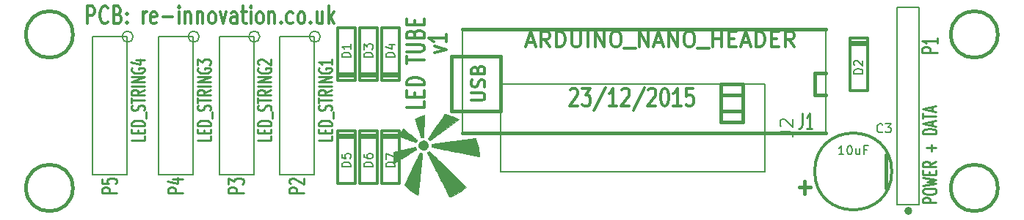
<source format=gto>
G04 #@! TF.FileFunction,Legend,Top*
%FSLAX46Y46*%
G04 Gerber Fmt 4.6, Leading zero omitted, Abs format (unit mm)*
G04 Created by KiCad (PCBNEW 4.0.0-rc2-stable) date 23/12/2015 17:02:07*
%MOMM*%
G01*
G04 APERTURE LIST*
%ADD10C,0.150000*%
%ADD11C,0.304800*%
%ADD12C,0.200000*%
%ADD13C,0.381000*%
%ADD14C,0.002540*%
%ADD15C,0.400000*%
%ADD16C,0.203200*%
%ADD17C,0.285750*%
%ADD18C,0.271780*%
%ADD19C,0.254000*%
G04 APERTURE END LIST*
D10*
D11*
X138590999Y-20586762D02*
X138663570Y-20490000D01*
X138808713Y-20393238D01*
X139171570Y-20393238D01*
X139316713Y-20490000D01*
X139389284Y-20586762D01*
X139461856Y-20780286D01*
X139461856Y-20973810D01*
X139389284Y-21264095D01*
X138518427Y-22425238D01*
X139461856Y-22425238D01*
X139969856Y-20393238D02*
X140913285Y-20393238D01*
X140405285Y-21167333D01*
X140622999Y-21167333D01*
X140768142Y-21264095D01*
X140840713Y-21360857D01*
X140913285Y-21554381D01*
X140913285Y-22038190D01*
X140840713Y-22231714D01*
X140768142Y-22328476D01*
X140622999Y-22425238D01*
X140187571Y-22425238D01*
X140042428Y-22328476D01*
X139969856Y-22231714D01*
X142655000Y-20296476D02*
X141348714Y-22909048D01*
X143961285Y-22425238D02*
X143090428Y-22425238D01*
X143525856Y-22425238D02*
X143525856Y-20393238D01*
X143380713Y-20683524D01*
X143235571Y-20877048D01*
X143090428Y-20973810D01*
X144541857Y-20586762D02*
X144614428Y-20490000D01*
X144759571Y-20393238D01*
X145122428Y-20393238D01*
X145267571Y-20490000D01*
X145340142Y-20586762D01*
X145412714Y-20780286D01*
X145412714Y-20973810D01*
X145340142Y-21264095D01*
X144469285Y-22425238D01*
X145412714Y-22425238D01*
X147154429Y-20296476D02*
X145848143Y-22909048D01*
X147589857Y-20586762D02*
X147662428Y-20490000D01*
X147807571Y-20393238D01*
X148170428Y-20393238D01*
X148315571Y-20490000D01*
X148388142Y-20586762D01*
X148460714Y-20780286D01*
X148460714Y-20973810D01*
X148388142Y-21264095D01*
X147517285Y-22425238D01*
X148460714Y-22425238D01*
X149404143Y-20393238D02*
X149549286Y-20393238D01*
X149694429Y-20490000D01*
X149767000Y-20586762D01*
X149839571Y-20780286D01*
X149912143Y-21167333D01*
X149912143Y-21651143D01*
X149839571Y-22038190D01*
X149767000Y-22231714D01*
X149694429Y-22328476D01*
X149549286Y-22425238D01*
X149404143Y-22425238D01*
X149259000Y-22328476D01*
X149186429Y-22231714D01*
X149113857Y-22038190D01*
X149041286Y-21651143D01*
X149041286Y-21167333D01*
X149113857Y-20780286D01*
X149186429Y-20586762D01*
X149259000Y-20490000D01*
X149404143Y-20393238D01*
X151363572Y-22425238D02*
X150492715Y-22425238D01*
X150928143Y-22425238D02*
X150928143Y-20393238D01*
X150783000Y-20683524D01*
X150637858Y-20877048D01*
X150492715Y-20973810D01*
X152742429Y-20393238D02*
X152016715Y-20393238D01*
X151944144Y-21360857D01*
X152016715Y-21264095D01*
X152161858Y-21167333D01*
X152524715Y-21167333D01*
X152669858Y-21264095D01*
X152742429Y-21360857D01*
X152815001Y-21554381D01*
X152815001Y-22038190D01*
X152742429Y-22231714D01*
X152669858Y-22328476D01*
X152524715Y-22425238D01*
X152161858Y-22425238D01*
X152016715Y-22328476D01*
X151944144Y-22231714D01*
X122915571Y-16244572D02*
X124270238Y-15881715D01*
X122915571Y-15518857D01*
X124270238Y-14140000D02*
X124270238Y-15010857D01*
X124270238Y-14575429D02*
X122238238Y-14575429D01*
X122528524Y-14720572D01*
X122722048Y-14865714D01*
X122818810Y-15010857D01*
X121730238Y-21905143D02*
X121730238Y-22630857D01*
X119698238Y-22630857D01*
X120665857Y-21397143D02*
X120665857Y-20889143D01*
X121730238Y-20671429D02*
X121730238Y-21397143D01*
X119698238Y-21397143D01*
X119698238Y-20671429D01*
X121730238Y-20018286D02*
X119698238Y-20018286D01*
X119698238Y-19655429D01*
X119795000Y-19437714D01*
X119988524Y-19292572D01*
X120182048Y-19220000D01*
X120569095Y-19147429D01*
X120859381Y-19147429D01*
X121246429Y-19220000D01*
X121439952Y-19292572D01*
X121633476Y-19437714D01*
X121730238Y-19655429D01*
X121730238Y-20018286D01*
X119698238Y-17550857D02*
X119698238Y-16680000D01*
X121730238Y-17115429D02*
X119698238Y-17115429D01*
X119698238Y-16172000D02*
X121343190Y-16172000D01*
X121536714Y-16099428D01*
X121633476Y-16026857D01*
X121730238Y-15881714D01*
X121730238Y-15591428D01*
X121633476Y-15446286D01*
X121536714Y-15373714D01*
X121343190Y-15301143D01*
X119698238Y-15301143D01*
X120665857Y-14067429D02*
X120762619Y-13849715D01*
X120859381Y-13777143D01*
X121052905Y-13704572D01*
X121343190Y-13704572D01*
X121536714Y-13777143D01*
X121633476Y-13849715D01*
X121730238Y-13994857D01*
X121730238Y-14575429D01*
X119698238Y-14575429D01*
X119698238Y-14067429D01*
X119795000Y-13922286D01*
X119891762Y-13849715D01*
X120085286Y-13777143D01*
X120278810Y-13777143D01*
X120472333Y-13849715D01*
X120569095Y-13922286D01*
X120665857Y-14067429D01*
X120665857Y-14575429D01*
X120665857Y-13051429D02*
X120665857Y-12543429D01*
X121730238Y-12325715D02*
X121730238Y-13051429D01*
X119698238Y-13051429D01*
X119698238Y-12325715D01*
X82874287Y-12900238D02*
X82874287Y-10868238D01*
X83454859Y-10868238D01*
X83600001Y-10965000D01*
X83672573Y-11061762D01*
X83745144Y-11255286D01*
X83745144Y-11545571D01*
X83672573Y-11739095D01*
X83600001Y-11835857D01*
X83454859Y-11932619D01*
X82874287Y-11932619D01*
X85269144Y-12706714D02*
X85196573Y-12803476D01*
X84978859Y-12900238D01*
X84833716Y-12900238D01*
X84616001Y-12803476D01*
X84470859Y-12609952D01*
X84398287Y-12416429D01*
X84325716Y-12029381D01*
X84325716Y-11739095D01*
X84398287Y-11352048D01*
X84470859Y-11158524D01*
X84616001Y-10965000D01*
X84833716Y-10868238D01*
X84978859Y-10868238D01*
X85196573Y-10965000D01*
X85269144Y-11061762D01*
X86430287Y-11835857D02*
X86648001Y-11932619D01*
X86720573Y-12029381D01*
X86793144Y-12222905D01*
X86793144Y-12513190D01*
X86720573Y-12706714D01*
X86648001Y-12803476D01*
X86502859Y-12900238D01*
X85922287Y-12900238D01*
X85922287Y-10868238D01*
X86430287Y-10868238D01*
X86575430Y-10965000D01*
X86648001Y-11061762D01*
X86720573Y-11255286D01*
X86720573Y-11448810D01*
X86648001Y-11642333D01*
X86575430Y-11739095D01*
X86430287Y-11835857D01*
X85922287Y-11835857D01*
X87446287Y-12706714D02*
X87518859Y-12803476D01*
X87446287Y-12900238D01*
X87373716Y-12803476D01*
X87446287Y-12706714D01*
X87446287Y-12900238D01*
X87446287Y-11642333D02*
X87518859Y-11739095D01*
X87446287Y-11835857D01*
X87373716Y-11739095D01*
X87446287Y-11642333D01*
X87446287Y-11835857D01*
X89333144Y-12900238D02*
X89333144Y-11545571D01*
X89333144Y-11932619D02*
X89405716Y-11739095D01*
X89478287Y-11642333D01*
X89623430Y-11545571D01*
X89768573Y-11545571D01*
X90857145Y-12803476D02*
X90712002Y-12900238D01*
X90421716Y-12900238D01*
X90276573Y-12803476D01*
X90204002Y-12609952D01*
X90204002Y-11835857D01*
X90276573Y-11642333D01*
X90421716Y-11545571D01*
X90712002Y-11545571D01*
X90857145Y-11642333D01*
X90929716Y-11835857D01*
X90929716Y-12029381D01*
X90204002Y-12222905D01*
X91582859Y-12126143D02*
X92744002Y-12126143D01*
X93469716Y-12900238D02*
X93469716Y-11545571D01*
X93469716Y-10868238D02*
X93397145Y-10965000D01*
X93469716Y-11061762D01*
X93542288Y-10965000D01*
X93469716Y-10868238D01*
X93469716Y-11061762D01*
X94195430Y-11545571D02*
X94195430Y-12900238D01*
X94195430Y-11739095D02*
X94268002Y-11642333D01*
X94413144Y-11545571D01*
X94630859Y-11545571D01*
X94776002Y-11642333D01*
X94848573Y-11835857D01*
X94848573Y-12900238D01*
X95574287Y-11545571D02*
X95574287Y-12900238D01*
X95574287Y-11739095D02*
X95646859Y-11642333D01*
X95792001Y-11545571D01*
X96009716Y-11545571D01*
X96154859Y-11642333D01*
X96227430Y-11835857D01*
X96227430Y-12900238D01*
X97170858Y-12900238D02*
X97025716Y-12803476D01*
X96953144Y-12706714D01*
X96880573Y-12513190D01*
X96880573Y-11932619D01*
X96953144Y-11739095D01*
X97025716Y-11642333D01*
X97170858Y-11545571D01*
X97388573Y-11545571D01*
X97533716Y-11642333D01*
X97606287Y-11739095D01*
X97678858Y-11932619D01*
X97678858Y-12513190D01*
X97606287Y-12706714D01*
X97533716Y-12803476D01*
X97388573Y-12900238D01*
X97170858Y-12900238D01*
X98186858Y-11545571D02*
X98549715Y-12900238D01*
X98912573Y-11545571D01*
X100146287Y-12900238D02*
X100146287Y-11835857D01*
X100073716Y-11642333D01*
X99928573Y-11545571D01*
X99638287Y-11545571D01*
X99493144Y-11642333D01*
X100146287Y-12803476D02*
X100001144Y-12900238D01*
X99638287Y-12900238D01*
X99493144Y-12803476D01*
X99420573Y-12609952D01*
X99420573Y-12416429D01*
X99493144Y-12222905D01*
X99638287Y-12126143D01*
X100001144Y-12126143D01*
X100146287Y-12029381D01*
X100654287Y-11545571D02*
X101234858Y-11545571D01*
X100872001Y-10868238D02*
X100872001Y-12609952D01*
X100944573Y-12803476D01*
X101089715Y-12900238D01*
X101234858Y-12900238D01*
X101742858Y-12900238D02*
X101742858Y-11545571D01*
X101742858Y-10868238D02*
X101670287Y-10965000D01*
X101742858Y-11061762D01*
X101815430Y-10965000D01*
X101742858Y-10868238D01*
X101742858Y-11061762D01*
X102686286Y-12900238D02*
X102541144Y-12803476D01*
X102468572Y-12706714D01*
X102396001Y-12513190D01*
X102396001Y-11932619D01*
X102468572Y-11739095D01*
X102541144Y-11642333D01*
X102686286Y-11545571D01*
X102904001Y-11545571D01*
X103049144Y-11642333D01*
X103121715Y-11739095D01*
X103194286Y-11932619D01*
X103194286Y-12513190D01*
X103121715Y-12706714D01*
X103049144Y-12803476D01*
X102904001Y-12900238D01*
X102686286Y-12900238D01*
X103847429Y-11545571D02*
X103847429Y-12900238D01*
X103847429Y-11739095D02*
X103920001Y-11642333D01*
X104065143Y-11545571D01*
X104282858Y-11545571D01*
X104428001Y-11642333D01*
X104500572Y-11835857D01*
X104500572Y-12900238D01*
X105226286Y-12706714D02*
X105298858Y-12803476D01*
X105226286Y-12900238D01*
X105153715Y-12803476D01*
X105226286Y-12706714D01*
X105226286Y-12900238D01*
X106605143Y-12803476D02*
X106460000Y-12900238D01*
X106169714Y-12900238D01*
X106024572Y-12803476D01*
X105952000Y-12706714D01*
X105879429Y-12513190D01*
X105879429Y-11932619D01*
X105952000Y-11739095D01*
X106024572Y-11642333D01*
X106169714Y-11545571D01*
X106460000Y-11545571D01*
X106605143Y-11642333D01*
X107476000Y-12900238D02*
X107330858Y-12803476D01*
X107258286Y-12706714D01*
X107185715Y-12513190D01*
X107185715Y-11932619D01*
X107258286Y-11739095D01*
X107330858Y-11642333D01*
X107476000Y-11545571D01*
X107693715Y-11545571D01*
X107838858Y-11642333D01*
X107911429Y-11739095D01*
X107984000Y-11932619D01*
X107984000Y-12513190D01*
X107911429Y-12706714D01*
X107838858Y-12803476D01*
X107693715Y-12900238D01*
X107476000Y-12900238D01*
X108637143Y-12706714D02*
X108709715Y-12803476D01*
X108637143Y-12900238D01*
X108564572Y-12803476D01*
X108637143Y-12706714D01*
X108637143Y-12900238D01*
X110016000Y-11545571D02*
X110016000Y-12900238D01*
X109362857Y-11545571D02*
X109362857Y-12609952D01*
X109435429Y-12803476D01*
X109580571Y-12900238D01*
X109798286Y-12900238D01*
X109943429Y-12803476D01*
X110016000Y-12706714D01*
X110741714Y-12900238D02*
X110741714Y-10868238D01*
X110886857Y-12126143D02*
X111322286Y-12900238D01*
X111322286Y-11545571D02*
X110741714Y-12319667D01*
X171865000Y-14521000D02*
X170849000Y-14521000D01*
X170849000Y-14521000D02*
X170849000Y-20617000D01*
X170849000Y-20617000D02*
X171865000Y-20617000D01*
X171865000Y-20617000D02*
X172881000Y-20617000D01*
X172881000Y-20617000D02*
X172881000Y-14521000D01*
X172881000Y-14521000D02*
X171865000Y-14521000D01*
X170849000Y-15029000D02*
X172881000Y-15029000D01*
X172881000Y-15283000D02*
X170849000Y-15283000D01*
D12*
X168055000Y-13505000D02*
X168055000Y-25570000D01*
X126145000Y-13505000D02*
X126145000Y-25570000D01*
D13*
X158530000Y-23030000D02*
X155990000Y-23030000D01*
X155990000Y-23030000D02*
X155990000Y-21125000D01*
X155990000Y-21125000D02*
X158530000Y-21125000D01*
X158530000Y-21125000D02*
X158530000Y-23030000D01*
X158530000Y-24300000D02*
X158530000Y-19855000D01*
X158530000Y-19855000D02*
X155990000Y-19855000D01*
X155990000Y-19855000D02*
X155990000Y-24300000D01*
X155990000Y-24300000D02*
X158530000Y-24300000D01*
X130590000Y-23030000D02*
X124875000Y-23030000D01*
X124875000Y-23030000D02*
X124875000Y-16680000D01*
X124875000Y-16680000D02*
X130590000Y-16680000D01*
X130590000Y-16680000D02*
X130590000Y-23030000D01*
X168055000Y-13505000D02*
X126145000Y-13505000D01*
X126145000Y-25570000D02*
X168055000Y-25570000D01*
X168055000Y-21125000D02*
X166785000Y-21125000D01*
X166785000Y-21125000D02*
X166785000Y-18585000D01*
X166785000Y-18585000D02*
X168055000Y-18585000D01*
D10*
X161070000Y-30015000D02*
X130590000Y-30015000D01*
X130590000Y-30015000D02*
X130590000Y-19855000D01*
X130590000Y-19855000D02*
X161070000Y-19855000D01*
X161070000Y-19855000D02*
X161070000Y-30015000D01*
D14*
G36*
X126607280Y-31787920D02*
X126541240Y-31851420D01*
X126358360Y-32011440D01*
X126160240Y-32168920D01*
X125949420Y-32318780D01*
X125728440Y-32461020D01*
X125504920Y-32593100D01*
X125278860Y-32709940D01*
X125052800Y-32811540D01*
X125007080Y-32831860D01*
X124961360Y-32849640D01*
X124910560Y-32869960D01*
X124854680Y-32890280D01*
X124798800Y-32910600D01*
X124748000Y-32930920D01*
X124702280Y-32946160D01*
X124669260Y-32956320D01*
X124648940Y-32961400D01*
X124646400Y-32961400D01*
X124641320Y-32953780D01*
X124628620Y-32925840D01*
X124605760Y-32885200D01*
X124577820Y-32826780D01*
X124539720Y-32753120D01*
X124494000Y-32664220D01*
X124443200Y-32562620D01*
X124384780Y-32448320D01*
X124321280Y-32323860D01*
X124252700Y-32184160D01*
X124176500Y-32036840D01*
X124097760Y-31876820D01*
X124011400Y-31709180D01*
X123925040Y-31531380D01*
X123831060Y-31345960D01*
X123734540Y-31152920D01*
X123635480Y-30954800D01*
X123531340Y-30749060D01*
X123427200Y-30540780D01*
X123351000Y-30390920D01*
X123244320Y-30177560D01*
X123140180Y-29966740D01*
X123038580Y-29763540D01*
X122942060Y-29567960D01*
X122845540Y-29377460D01*
X122754100Y-29194580D01*
X122667740Y-29019320D01*
X122586460Y-28854220D01*
X122507720Y-28696740D01*
X122436600Y-28551960D01*
X122368020Y-28417340D01*
X122307060Y-28292880D01*
X122253720Y-28183660D01*
X122205460Y-28084600D01*
X122164820Y-28000780D01*
X122129260Y-27932200D01*
X122103860Y-27878860D01*
X122086080Y-27840760D01*
X122075920Y-27820440D01*
X122073380Y-27815360D01*
X122093700Y-27805200D01*
X122124180Y-27787420D01*
X122159740Y-27762020D01*
X122197840Y-27734080D01*
X122230860Y-27706140D01*
X122256260Y-27685820D01*
X122307060Y-27640100D01*
X122451840Y-27777260D01*
X122472160Y-27797580D01*
X122505180Y-27828060D01*
X122550900Y-27873780D01*
X122609320Y-27929660D01*
X122680440Y-27998240D01*
X122764260Y-28076980D01*
X122855700Y-28165880D01*
X122957300Y-28264940D01*
X123069060Y-28374160D01*
X123190980Y-28491000D01*
X123317980Y-28612920D01*
X123455140Y-28745000D01*
X123597380Y-28882160D01*
X123747240Y-29026940D01*
X123902180Y-29174260D01*
X124059660Y-29329200D01*
X124224760Y-29486680D01*
X124392400Y-29646700D01*
X124560040Y-29811800D01*
X124603220Y-29852440D01*
X126607280Y-31787920D01*
X126607280Y-31787920D01*
X126607280Y-31787920D01*
G37*
X126607280Y-31787920D02*
X126541240Y-31851420D01*
X126358360Y-32011440D01*
X126160240Y-32168920D01*
X125949420Y-32318780D01*
X125728440Y-32461020D01*
X125504920Y-32593100D01*
X125278860Y-32709940D01*
X125052800Y-32811540D01*
X125007080Y-32831860D01*
X124961360Y-32849640D01*
X124910560Y-32869960D01*
X124854680Y-32890280D01*
X124798800Y-32910600D01*
X124748000Y-32930920D01*
X124702280Y-32946160D01*
X124669260Y-32956320D01*
X124648940Y-32961400D01*
X124646400Y-32961400D01*
X124641320Y-32953780D01*
X124628620Y-32925840D01*
X124605760Y-32885200D01*
X124577820Y-32826780D01*
X124539720Y-32753120D01*
X124494000Y-32664220D01*
X124443200Y-32562620D01*
X124384780Y-32448320D01*
X124321280Y-32323860D01*
X124252700Y-32184160D01*
X124176500Y-32036840D01*
X124097760Y-31876820D01*
X124011400Y-31709180D01*
X123925040Y-31531380D01*
X123831060Y-31345960D01*
X123734540Y-31152920D01*
X123635480Y-30954800D01*
X123531340Y-30749060D01*
X123427200Y-30540780D01*
X123351000Y-30390920D01*
X123244320Y-30177560D01*
X123140180Y-29966740D01*
X123038580Y-29763540D01*
X122942060Y-29567960D01*
X122845540Y-29377460D01*
X122754100Y-29194580D01*
X122667740Y-29019320D01*
X122586460Y-28854220D01*
X122507720Y-28696740D01*
X122436600Y-28551960D01*
X122368020Y-28417340D01*
X122307060Y-28292880D01*
X122253720Y-28183660D01*
X122205460Y-28084600D01*
X122164820Y-28000780D01*
X122129260Y-27932200D01*
X122103860Y-27878860D01*
X122086080Y-27840760D01*
X122075920Y-27820440D01*
X122073380Y-27815360D01*
X122093700Y-27805200D01*
X122124180Y-27787420D01*
X122159740Y-27762020D01*
X122197840Y-27734080D01*
X122230860Y-27706140D01*
X122256260Y-27685820D01*
X122307060Y-27640100D01*
X122451840Y-27777260D01*
X122472160Y-27797580D01*
X122505180Y-27828060D01*
X122550900Y-27873780D01*
X122609320Y-27929660D01*
X122680440Y-27998240D01*
X122764260Y-28076980D01*
X122855700Y-28165880D01*
X122957300Y-28264940D01*
X123069060Y-28374160D01*
X123190980Y-28491000D01*
X123317980Y-28612920D01*
X123455140Y-28745000D01*
X123597380Y-28882160D01*
X123747240Y-29026940D01*
X123902180Y-29174260D01*
X124059660Y-29329200D01*
X124224760Y-29486680D01*
X124392400Y-29646700D01*
X124560040Y-29811800D01*
X124603220Y-29852440D01*
X126607280Y-31787920D01*
X126607280Y-31787920D01*
G36*
X121537440Y-27906800D02*
X121532360Y-27942360D01*
X121529820Y-27955060D01*
X121527280Y-27985540D01*
X121522200Y-28036340D01*
X121514580Y-28104920D01*
X121506960Y-28188740D01*
X121496800Y-28287800D01*
X121484100Y-28402100D01*
X121468860Y-28529100D01*
X121456160Y-28668800D01*
X121438380Y-28821200D01*
X121423140Y-28983760D01*
X121402820Y-29159020D01*
X121385040Y-29339360D01*
X121364720Y-29532400D01*
X121344400Y-29730520D01*
X121321540Y-29933720D01*
X121301220Y-30144540D01*
X121283440Y-30312180D01*
X121255500Y-30571260D01*
X121230100Y-30810020D01*
X121207240Y-31033540D01*
X121186920Y-31236740D01*
X121166600Y-31422160D01*
X121148820Y-31592340D01*
X121131040Y-31747280D01*
X121115800Y-31889520D01*
X121103100Y-32013980D01*
X121092940Y-32128280D01*
X121080240Y-32229880D01*
X121072620Y-32316240D01*
X121062460Y-32394980D01*
X121054840Y-32463560D01*
X121049760Y-32519440D01*
X121044680Y-32567700D01*
X121039600Y-32610880D01*
X121034520Y-32643900D01*
X121031980Y-32669300D01*
X121029440Y-32689620D01*
X121026900Y-32704860D01*
X121026900Y-32717560D01*
X121024360Y-32725180D01*
X121024360Y-32730260D01*
X121021820Y-32730260D01*
X121021820Y-32732800D01*
X121019280Y-32732800D01*
X121019280Y-32732800D01*
X121009120Y-32727720D01*
X120983720Y-32715020D01*
X120948160Y-32697240D01*
X120902440Y-32674380D01*
X120871960Y-32659140D01*
X120595100Y-32501660D01*
X120330940Y-32331480D01*
X120082020Y-32148600D01*
X119845800Y-31953020D01*
X119627360Y-31744740D01*
X119599420Y-31719340D01*
X119558780Y-31676160D01*
X119523220Y-31638060D01*
X119495280Y-31605040D01*
X119474960Y-31584720D01*
X119467340Y-31574560D01*
X119467340Y-31572020D01*
X119472420Y-31564400D01*
X119485120Y-31536460D01*
X119505440Y-31493280D01*
X119533380Y-31434860D01*
X119566400Y-31361200D01*
X119607040Y-31274840D01*
X119655300Y-31173240D01*
X119708640Y-31061480D01*
X119767060Y-30937020D01*
X119830560Y-30802400D01*
X119899140Y-30660160D01*
X119970260Y-30507760D01*
X120046460Y-30345200D01*
X120125200Y-30177560D01*
X120209020Y-30004840D01*
X120292840Y-29827040D01*
X120353800Y-29700040D01*
X120440160Y-29519700D01*
X120523980Y-29341900D01*
X120605260Y-29169180D01*
X120684000Y-29004080D01*
X120757660Y-28846600D01*
X120828780Y-28696740D01*
X120897360Y-28554500D01*
X120958320Y-28424960D01*
X121016740Y-28305580D01*
X121067540Y-28196360D01*
X121113260Y-28099840D01*
X121151360Y-28016020D01*
X121184380Y-27947440D01*
X121209780Y-27894100D01*
X121227560Y-27856000D01*
X121237720Y-27833140D01*
X121240260Y-27828060D01*
X121250420Y-27828060D01*
X121273280Y-27835680D01*
X121303760Y-27845840D01*
X121344400Y-27861080D01*
X121392660Y-27873780D01*
X121443460Y-27886480D01*
X121451080Y-27889020D01*
X121537440Y-27906800D01*
X121537440Y-27906800D01*
X121537440Y-27906800D01*
G37*
X121537440Y-27906800D02*
X121532360Y-27942360D01*
X121529820Y-27955060D01*
X121527280Y-27985540D01*
X121522200Y-28036340D01*
X121514580Y-28104920D01*
X121506960Y-28188740D01*
X121496800Y-28287800D01*
X121484100Y-28402100D01*
X121468860Y-28529100D01*
X121456160Y-28668800D01*
X121438380Y-28821200D01*
X121423140Y-28983760D01*
X121402820Y-29159020D01*
X121385040Y-29339360D01*
X121364720Y-29532400D01*
X121344400Y-29730520D01*
X121321540Y-29933720D01*
X121301220Y-30144540D01*
X121283440Y-30312180D01*
X121255500Y-30571260D01*
X121230100Y-30810020D01*
X121207240Y-31033540D01*
X121186920Y-31236740D01*
X121166600Y-31422160D01*
X121148820Y-31592340D01*
X121131040Y-31747280D01*
X121115800Y-31889520D01*
X121103100Y-32013980D01*
X121092940Y-32128280D01*
X121080240Y-32229880D01*
X121072620Y-32316240D01*
X121062460Y-32394980D01*
X121054840Y-32463560D01*
X121049760Y-32519440D01*
X121044680Y-32567700D01*
X121039600Y-32610880D01*
X121034520Y-32643900D01*
X121031980Y-32669300D01*
X121029440Y-32689620D01*
X121026900Y-32704860D01*
X121026900Y-32717560D01*
X121024360Y-32725180D01*
X121024360Y-32730260D01*
X121021820Y-32730260D01*
X121021820Y-32732800D01*
X121019280Y-32732800D01*
X121019280Y-32732800D01*
X121009120Y-32727720D01*
X120983720Y-32715020D01*
X120948160Y-32697240D01*
X120902440Y-32674380D01*
X120871960Y-32659140D01*
X120595100Y-32501660D01*
X120330940Y-32331480D01*
X120082020Y-32148600D01*
X119845800Y-31953020D01*
X119627360Y-31744740D01*
X119599420Y-31719340D01*
X119558780Y-31676160D01*
X119523220Y-31638060D01*
X119495280Y-31605040D01*
X119474960Y-31584720D01*
X119467340Y-31574560D01*
X119467340Y-31572020D01*
X119472420Y-31564400D01*
X119485120Y-31536460D01*
X119505440Y-31493280D01*
X119533380Y-31434860D01*
X119566400Y-31361200D01*
X119607040Y-31274840D01*
X119655300Y-31173240D01*
X119708640Y-31061480D01*
X119767060Y-30937020D01*
X119830560Y-30802400D01*
X119899140Y-30660160D01*
X119970260Y-30507760D01*
X120046460Y-30345200D01*
X120125200Y-30177560D01*
X120209020Y-30004840D01*
X120292840Y-29827040D01*
X120353800Y-29700040D01*
X120440160Y-29519700D01*
X120523980Y-29341900D01*
X120605260Y-29169180D01*
X120684000Y-29004080D01*
X120757660Y-28846600D01*
X120828780Y-28696740D01*
X120897360Y-28554500D01*
X120958320Y-28424960D01*
X121016740Y-28305580D01*
X121067540Y-28196360D01*
X121113260Y-28099840D01*
X121151360Y-28016020D01*
X121184380Y-27947440D01*
X121209780Y-27894100D01*
X121227560Y-27856000D01*
X121237720Y-27833140D01*
X121240260Y-27828060D01*
X121250420Y-27828060D01*
X121273280Y-27835680D01*
X121303760Y-27845840D01*
X121344400Y-27861080D01*
X121392660Y-27873780D01*
X121443460Y-27886480D01*
X121451080Y-27889020D01*
X121537440Y-27906800D01*
X121537440Y-27906800D01*
G36*
X120841480Y-27457220D02*
X120841480Y-27462300D01*
X120831320Y-27467380D01*
X120808460Y-27485160D01*
X120767820Y-27508020D01*
X120714480Y-27541040D01*
X120648440Y-27581680D01*
X120572240Y-27629940D01*
X120483340Y-27683280D01*
X120389360Y-27744240D01*
X120282680Y-27807740D01*
X120173460Y-27876320D01*
X120056620Y-27947440D01*
X119934700Y-28023640D01*
X119810240Y-28099840D01*
X119683240Y-28178580D01*
X119553700Y-28259860D01*
X119424160Y-28338600D01*
X119297160Y-28417340D01*
X119172700Y-28493540D01*
X119050780Y-28569740D01*
X118933940Y-28640860D01*
X118822180Y-28709440D01*
X118718040Y-28775480D01*
X118618980Y-28833900D01*
X118532620Y-28889780D01*
X118453880Y-28938040D01*
X118387840Y-28978680D01*
X118331960Y-29011700D01*
X118291320Y-29037100D01*
X118265920Y-29052340D01*
X118255760Y-29057420D01*
X118250680Y-29052340D01*
X118245600Y-29029480D01*
X118240520Y-28996460D01*
X118237980Y-28993920D01*
X118215120Y-28808500D01*
X118197340Y-28615460D01*
X118189720Y-28409720D01*
X118187180Y-28287800D01*
X118189720Y-28221760D01*
X118189720Y-28150640D01*
X118192260Y-28076980D01*
X118194800Y-28003320D01*
X118197340Y-27937280D01*
X118199880Y-27873780D01*
X118204960Y-27822980D01*
X118207500Y-27782340D01*
X118210040Y-27759480D01*
X118212580Y-27754400D01*
X118222740Y-27751860D01*
X118250680Y-27744240D01*
X118296400Y-27734080D01*
X118357360Y-27718840D01*
X118431020Y-27703600D01*
X118517380Y-27683280D01*
X118613900Y-27660420D01*
X118720580Y-27635020D01*
X118834880Y-27609620D01*
X118956800Y-27581680D01*
X119086340Y-27551200D01*
X119215880Y-27523260D01*
X119350500Y-27492780D01*
X119485120Y-27462300D01*
X119619740Y-27429280D01*
X119754360Y-27401340D01*
X119883900Y-27370860D01*
X120008360Y-27342920D01*
X120127740Y-27314980D01*
X120242040Y-27289580D01*
X120343640Y-27266720D01*
X120437620Y-27246400D01*
X120518900Y-27226080D01*
X120587480Y-27210840D01*
X120643360Y-27200680D01*
X120681460Y-27190520D01*
X120704320Y-27185440D01*
X120704320Y-27185440D01*
X120722100Y-27182900D01*
X120734800Y-27187980D01*
X120742420Y-27203220D01*
X120752580Y-27233700D01*
X120762740Y-27266720D01*
X120780520Y-27312440D01*
X120800840Y-27358160D01*
X120808460Y-27370860D01*
X120826240Y-27408960D01*
X120836400Y-27439440D01*
X120841480Y-27457220D01*
X120841480Y-27457220D01*
X120841480Y-27457220D01*
G37*
X120841480Y-27457220D02*
X120841480Y-27462300D01*
X120831320Y-27467380D01*
X120808460Y-27485160D01*
X120767820Y-27508020D01*
X120714480Y-27541040D01*
X120648440Y-27581680D01*
X120572240Y-27629940D01*
X120483340Y-27683280D01*
X120389360Y-27744240D01*
X120282680Y-27807740D01*
X120173460Y-27876320D01*
X120056620Y-27947440D01*
X119934700Y-28023640D01*
X119810240Y-28099840D01*
X119683240Y-28178580D01*
X119553700Y-28259860D01*
X119424160Y-28338600D01*
X119297160Y-28417340D01*
X119172700Y-28493540D01*
X119050780Y-28569740D01*
X118933940Y-28640860D01*
X118822180Y-28709440D01*
X118718040Y-28775480D01*
X118618980Y-28833900D01*
X118532620Y-28889780D01*
X118453880Y-28938040D01*
X118387840Y-28978680D01*
X118331960Y-29011700D01*
X118291320Y-29037100D01*
X118265920Y-29052340D01*
X118255760Y-29057420D01*
X118250680Y-29052340D01*
X118245600Y-29029480D01*
X118240520Y-28996460D01*
X118237980Y-28993920D01*
X118215120Y-28808500D01*
X118197340Y-28615460D01*
X118189720Y-28409720D01*
X118187180Y-28287800D01*
X118189720Y-28221760D01*
X118189720Y-28150640D01*
X118192260Y-28076980D01*
X118194800Y-28003320D01*
X118197340Y-27937280D01*
X118199880Y-27873780D01*
X118204960Y-27822980D01*
X118207500Y-27782340D01*
X118210040Y-27759480D01*
X118212580Y-27754400D01*
X118222740Y-27751860D01*
X118250680Y-27744240D01*
X118296400Y-27734080D01*
X118357360Y-27718840D01*
X118431020Y-27703600D01*
X118517380Y-27683280D01*
X118613900Y-27660420D01*
X118720580Y-27635020D01*
X118834880Y-27609620D01*
X118956800Y-27581680D01*
X119086340Y-27551200D01*
X119215880Y-27523260D01*
X119350500Y-27492780D01*
X119485120Y-27462300D01*
X119619740Y-27429280D01*
X119754360Y-27401340D01*
X119883900Y-27370860D01*
X120008360Y-27342920D01*
X120127740Y-27314980D01*
X120242040Y-27289580D01*
X120343640Y-27266720D01*
X120437620Y-27246400D01*
X120518900Y-27226080D01*
X120587480Y-27210840D01*
X120643360Y-27200680D01*
X120681460Y-27190520D01*
X120704320Y-27185440D01*
X120704320Y-27185440D01*
X120722100Y-27182900D01*
X120734800Y-27187980D01*
X120742420Y-27203220D01*
X120752580Y-27233700D01*
X120762740Y-27266720D01*
X120780520Y-27312440D01*
X120800840Y-27358160D01*
X120808460Y-27370860D01*
X120826240Y-27408960D01*
X120836400Y-27439440D01*
X120841480Y-27457220D01*
X120841480Y-27457220D01*
G36*
X128098260Y-28163340D02*
X128098260Y-28214140D01*
X128095720Y-28247160D01*
X128093180Y-28267480D01*
X128090640Y-28277640D01*
X128083020Y-28280180D01*
X128080480Y-28280180D01*
X128070320Y-28277640D01*
X128039840Y-28272560D01*
X127991580Y-28262400D01*
X127925540Y-28249700D01*
X127844260Y-28234460D01*
X127747740Y-28214140D01*
X127635980Y-28191280D01*
X127508980Y-28165880D01*
X127369280Y-28137940D01*
X127216880Y-28107460D01*
X127054320Y-28074440D01*
X126879060Y-28041420D01*
X126696180Y-28003320D01*
X126503140Y-27965220D01*
X126299940Y-27924580D01*
X126091660Y-27881400D01*
X125873220Y-27838220D01*
X125649700Y-27792500D01*
X125423640Y-27746780D01*
X125347440Y-27731540D01*
X125118840Y-27685820D01*
X124892780Y-27640100D01*
X124674340Y-27594380D01*
X124460980Y-27553740D01*
X124255240Y-27510560D01*
X124059660Y-27472460D01*
X123871700Y-27434360D01*
X123693900Y-27396260D01*
X123523720Y-27363240D01*
X123368780Y-27332760D01*
X123224000Y-27302280D01*
X123091920Y-27276880D01*
X122975080Y-27251480D01*
X122870940Y-27231160D01*
X122784580Y-27213380D01*
X122710920Y-27200680D01*
X122657580Y-27187980D01*
X122619480Y-27180360D01*
X122601700Y-27177820D01*
X122599160Y-27177820D01*
X122578840Y-27172740D01*
X122571220Y-27162580D01*
X122571220Y-27144800D01*
X122573760Y-27129560D01*
X122576300Y-27101620D01*
X122578840Y-27060980D01*
X122578840Y-27010180D01*
X122578840Y-26977160D01*
X122578840Y-26865400D01*
X125085820Y-26512340D01*
X125306800Y-26481860D01*
X125525240Y-26451380D01*
X125736060Y-26420900D01*
X125939260Y-26392960D01*
X126134840Y-26365020D01*
X126322800Y-26339620D01*
X126503140Y-26314220D01*
X126670780Y-26288820D01*
X126828260Y-26268500D01*
X126975580Y-26245640D01*
X127107660Y-26227860D01*
X127227040Y-26210080D01*
X127333720Y-26194840D01*
X127422620Y-26182140D01*
X127496280Y-26171980D01*
X127554700Y-26164360D01*
X127592800Y-26159280D01*
X127615660Y-26156740D01*
X127618200Y-26154200D01*
X127630900Y-26154200D01*
X127638520Y-26159280D01*
X127648680Y-26171980D01*
X127661380Y-26194840D01*
X127679160Y-26232940D01*
X127686780Y-26253260D01*
X127783300Y-26504720D01*
X127869660Y-26768880D01*
X127945860Y-27040660D01*
X128004280Y-27317520D01*
X128047460Y-27568980D01*
X128060160Y-27670580D01*
X128072860Y-27777260D01*
X128083020Y-27883940D01*
X128090640Y-27988080D01*
X128095720Y-28082060D01*
X128098260Y-28160800D01*
X128098260Y-28163340D01*
X128098260Y-28163340D01*
X128098260Y-28163340D01*
G37*
X128098260Y-28163340D02*
X128098260Y-28214140D01*
X128095720Y-28247160D01*
X128093180Y-28267480D01*
X128090640Y-28277640D01*
X128083020Y-28280180D01*
X128080480Y-28280180D01*
X128070320Y-28277640D01*
X128039840Y-28272560D01*
X127991580Y-28262400D01*
X127925540Y-28249700D01*
X127844260Y-28234460D01*
X127747740Y-28214140D01*
X127635980Y-28191280D01*
X127508980Y-28165880D01*
X127369280Y-28137940D01*
X127216880Y-28107460D01*
X127054320Y-28074440D01*
X126879060Y-28041420D01*
X126696180Y-28003320D01*
X126503140Y-27965220D01*
X126299940Y-27924580D01*
X126091660Y-27881400D01*
X125873220Y-27838220D01*
X125649700Y-27792500D01*
X125423640Y-27746780D01*
X125347440Y-27731540D01*
X125118840Y-27685820D01*
X124892780Y-27640100D01*
X124674340Y-27594380D01*
X124460980Y-27553740D01*
X124255240Y-27510560D01*
X124059660Y-27472460D01*
X123871700Y-27434360D01*
X123693900Y-27396260D01*
X123523720Y-27363240D01*
X123368780Y-27332760D01*
X123224000Y-27302280D01*
X123091920Y-27276880D01*
X122975080Y-27251480D01*
X122870940Y-27231160D01*
X122784580Y-27213380D01*
X122710920Y-27200680D01*
X122657580Y-27187980D01*
X122619480Y-27180360D01*
X122601700Y-27177820D01*
X122599160Y-27177820D01*
X122578840Y-27172740D01*
X122571220Y-27162580D01*
X122571220Y-27144800D01*
X122573760Y-27129560D01*
X122576300Y-27101620D01*
X122578840Y-27060980D01*
X122578840Y-27010180D01*
X122578840Y-26977160D01*
X122578840Y-26865400D01*
X125085820Y-26512340D01*
X125306800Y-26481860D01*
X125525240Y-26451380D01*
X125736060Y-26420900D01*
X125939260Y-26392960D01*
X126134840Y-26365020D01*
X126322800Y-26339620D01*
X126503140Y-26314220D01*
X126670780Y-26288820D01*
X126828260Y-26268500D01*
X126975580Y-26245640D01*
X127107660Y-26227860D01*
X127227040Y-26210080D01*
X127333720Y-26194840D01*
X127422620Y-26182140D01*
X127496280Y-26171980D01*
X127554700Y-26164360D01*
X127592800Y-26159280D01*
X127615660Y-26156740D01*
X127618200Y-26154200D01*
X127630900Y-26154200D01*
X127638520Y-26159280D01*
X127648680Y-26171980D01*
X127661380Y-26194840D01*
X127679160Y-26232940D01*
X127686780Y-26253260D01*
X127783300Y-26504720D01*
X127869660Y-26768880D01*
X127945860Y-27040660D01*
X128004280Y-27317520D01*
X128047460Y-27568980D01*
X128060160Y-27670580D01*
X128072860Y-27777260D01*
X128083020Y-27883940D01*
X128090640Y-27988080D01*
X128095720Y-28082060D01*
X128098260Y-28160800D01*
X128098260Y-28163340D01*
X128098260Y-28163340D01*
G36*
X122174980Y-26974620D02*
X122164820Y-27068600D01*
X122139420Y-27160040D01*
X122098780Y-27246400D01*
X122042900Y-27325140D01*
X121974320Y-27391180D01*
X121895580Y-27447060D01*
X121806680Y-27487700D01*
X121778740Y-27495320D01*
X121717780Y-27508020D01*
X121654280Y-27515640D01*
X121600940Y-27515640D01*
X121593320Y-27515640D01*
X121486640Y-27495320D01*
X121390120Y-27457220D01*
X121303760Y-27403880D01*
X121230100Y-27337840D01*
X121169140Y-27256560D01*
X121123420Y-27162580D01*
X121115800Y-27144800D01*
X121105640Y-27106700D01*
X121098020Y-27071140D01*
X121095480Y-27030500D01*
X121092940Y-26977160D01*
X121092940Y-26967000D01*
X121095480Y-26913660D01*
X121098020Y-26873020D01*
X121103100Y-26842540D01*
X121113260Y-26809520D01*
X121120880Y-26789200D01*
X121169140Y-26692680D01*
X121230100Y-26608860D01*
X121303760Y-26542820D01*
X121387580Y-26489480D01*
X121481560Y-26453920D01*
X121580620Y-26436140D01*
X121672060Y-26433600D01*
X121771120Y-26451380D01*
X121865100Y-26484400D01*
X121948920Y-26535200D01*
X122022580Y-26598700D01*
X122083540Y-26677440D01*
X122131800Y-26766340D01*
X122162280Y-26867940D01*
X122164820Y-26878100D01*
X122174980Y-26974620D01*
X122174980Y-26974620D01*
X122174980Y-26974620D01*
G37*
X122174980Y-26974620D02*
X122164820Y-27068600D01*
X122139420Y-27160040D01*
X122098780Y-27246400D01*
X122042900Y-27325140D01*
X121974320Y-27391180D01*
X121895580Y-27447060D01*
X121806680Y-27487700D01*
X121778740Y-27495320D01*
X121717780Y-27508020D01*
X121654280Y-27515640D01*
X121600940Y-27515640D01*
X121593320Y-27515640D01*
X121486640Y-27495320D01*
X121390120Y-27457220D01*
X121303760Y-27403880D01*
X121230100Y-27337840D01*
X121169140Y-27256560D01*
X121123420Y-27162580D01*
X121115800Y-27144800D01*
X121105640Y-27106700D01*
X121098020Y-27071140D01*
X121095480Y-27030500D01*
X121092940Y-26977160D01*
X121092940Y-26967000D01*
X121095480Y-26913660D01*
X121098020Y-26873020D01*
X121103100Y-26842540D01*
X121113260Y-26809520D01*
X121120880Y-26789200D01*
X121169140Y-26692680D01*
X121230100Y-26608860D01*
X121303760Y-26542820D01*
X121387580Y-26489480D01*
X121481560Y-26453920D01*
X121580620Y-26436140D01*
X121672060Y-26433600D01*
X121771120Y-26451380D01*
X121865100Y-26484400D01*
X121948920Y-26535200D01*
X122022580Y-26598700D01*
X122083540Y-26677440D01*
X122131800Y-26766340D01*
X122162280Y-26867940D01*
X122164820Y-26878100D01*
X122174980Y-26974620D01*
X122174980Y-26974620D01*
G36*
X120925300Y-26377720D02*
X120922760Y-26385340D01*
X120910060Y-26408200D01*
X120889740Y-26438680D01*
X120879580Y-26456460D01*
X120854180Y-26497100D01*
X120828780Y-26542820D01*
X120811000Y-26578380D01*
X120808460Y-26586000D01*
X120793220Y-26616480D01*
X120780520Y-26634260D01*
X120772900Y-26641880D01*
X120762740Y-26636800D01*
X120734800Y-26626640D01*
X120691620Y-26611400D01*
X120630660Y-26591080D01*
X120557000Y-26563140D01*
X120470640Y-26532660D01*
X120374120Y-26497100D01*
X120267440Y-26459000D01*
X120150600Y-26415820D01*
X120026140Y-26370100D01*
X119896600Y-26321840D01*
X119767060Y-26276120D01*
X119632440Y-26227860D01*
X119502900Y-26179600D01*
X119380980Y-26133880D01*
X119264140Y-26093240D01*
X119157460Y-26052600D01*
X119063480Y-26019580D01*
X118977120Y-25986560D01*
X118906000Y-25961160D01*
X118847580Y-25940840D01*
X118804400Y-25925600D01*
X118779000Y-25915440D01*
X118771380Y-25912900D01*
X118771380Y-25902740D01*
X118781540Y-25882420D01*
X118799320Y-25849400D01*
X118822180Y-25808760D01*
X118845040Y-25763040D01*
X118870440Y-25717320D01*
X118895840Y-25674140D01*
X118916160Y-25643660D01*
X118946640Y-25595400D01*
X118982200Y-25539520D01*
X119022840Y-25478560D01*
X119066020Y-25415060D01*
X119111740Y-25351560D01*
X119154920Y-25290600D01*
X119198100Y-25232180D01*
X119236200Y-25178840D01*
X119271760Y-25135660D01*
X119297160Y-25100100D01*
X119317480Y-25079780D01*
X119325100Y-25072160D01*
X119335260Y-25077240D01*
X119358120Y-25095020D01*
X119391140Y-25125500D01*
X119439400Y-25163600D01*
X119497820Y-25209320D01*
X119563860Y-25262660D01*
X119640060Y-25323620D01*
X119721340Y-25389660D01*
X119807700Y-25460780D01*
X119899140Y-25534440D01*
X119993120Y-25613180D01*
X120089640Y-25689380D01*
X120186160Y-25770660D01*
X120280140Y-25846860D01*
X120374120Y-25923060D01*
X120465560Y-25999260D01*
X120551920Y-26067840D01*
X120630660Y-26133880D01*
X120704320Y-26194840D01*
X120770360Y-26248180D01*
X120823700Y-26291360D01*
X120869420Y-26329460D01*
X120902440Y-26357400D01*
X120920220Y-26372640D01*
X120925300Y-26377720D01*
X120925300Y-26377720D01*
X120925300Y-26377720D01*
G37*
X120925300Y-26377720D02*
X120922760Y-26385340D01*
X120910060Y-26408200D01*
X120889740Y-26438680D01*
X120879580Y-26456460D01*
X120854180Y-26497100D01*
X120828780Y-26542820D01*
X120811000Y-26578380D01*
X120808460Y-26586000D01*
X120793220Y-26616480D01*
X120780520Y-26634260D01*
X120772900Y-26641880D01*
X120762740Y-26636800D01*
X120734800Y-26626640D01*
X120691620Y-26611400D01*
X120630660Y-26591080D01*
X120557000Y-26563140D01*
X120470640Y-26532660D01*
X120374120Y-26497100D01*
X120267440Y-26459000D01*
X120150600Y-26415820D01*
X120026140Y-26370100D01*
X119896600Y-26321840D01*
X119767060Y-26276120D01*
X119632440Y-26227860D01*
X119502900Y-26179600D01*
X119380980Y-26133880D01*
X119264140Y-26093240D01*
X119157460Y-26052600D01*
X119063480Y-26019580D01*
X118977120Y-25986560D01*
X118906000Y-25961160D01*
X118847580Y-25940840D01*
X118804400Y-25925600D01*
X118779000Y-25915440D01*
X118771380Y-25912900D01*
X118771380Y-25902740D01*
X118781540Y-25882420D01*
X118799320Y-25849400D01*
X118822180Y-25808760D01*
X118845040Y-25763040D01*
X118870440Y-25717320D01*
X118895840Y-25674140D01*
X118916160Y-25643660D01*
X118946640Y-25595400D01*
X118982200Y-25539520D01*
X119022840Y-25478560D01*
X119066020Y-25415060D01*
X119111740Y-25351560D01*
X119154920Y-25290600D01*
X119198100Y-25232180D01*
X119236200Y-25178840D01*
X119271760Y-25135660D01*
X119297160Y-25100100D01*
X119317480Y-25079780D01*
X119325100Y-25072160D01*
X119335260Y-25077240D01*
X119358120Y-25095020D01*
X119391140Y-25125500D01*
X119439400Y-25163600D01*
X119497820Y-25209320D01*
X119563860Y-25262660D01*
X119640060Y-25323620D01*
X119721340Y-25389660D01*
X119807700Y-25460780D01*
X119899140Y-25534440D01*
X119993120Y-25613180D01*
X120089640Y-25689380D01*
X120186160Y-25770660D01*
X120280140Y-25846860D01*
X120374120Y-25923060D01*
X120465560Y-25999260D01*
X120551920Y-26067840D01*
X120630660Y-26133880D01*
X120704320Y-26194840D01*
X120770360Y-26248180D01*
X120823700Y-26291360D01*
X120869420Y-26329460D01*
X120902440Y-26357400D01*
X120920220Y-26372640D01*
X120925300Y-26377720D01*
X120925300Y-26377720D01*
G36*
X125697960Y-23977420D02*
X124057120Y-25196620D01*
X123897100Y-25316000D01*
X123739620Y-25432840D01*
X123587220Y-25547140D01*
X123442440Y-25653820D01*
X123302740Y-25757960D01*
X123170660Y-25857020D01*
X123046200Y-25948460D01*
X122929360Y-26034820D01*
X122825220Y-26113560D01*
X122728700Y-26184680D01*
X122644880Y-26245640D01*
X122571220Y-26301520D01*
X122512800Y-26344700D01*
X122464540Y-26380260D01*
X122431520Y-26403120D01*
X122413740Y-26415820D01*
X122411200Y-26418360D01*
X122401040Y-26413280D01*
X122380720Y-26395500D01*
X122352780Y-26367560D01*
X122327380Y-26342160D01*
X122294360Y-26309140D01*
X122258800Y-26276120D01*
X122233400Y-26250720D01*
X122220700Y-26240560D01*
X122187680Y-26217700D01*
X123132560Y-24813080D01*
X123234160Y-24660680D01*
X123333220Y-24513360D01*
X123429740Y-24371120D01*
X123521180Y-24236500D01*
X123607540Y-24106960D01*
X123688820Y-23985040D01*
X123765020Y-23873280D01*
X123833600Y-23771680D01*
X123897100Y-23677700D01*
X123950440Y-23596420D01*
X123996160Y-23527840D01*
X124034260Y-23471960D01*
X124062200Y-23431320D01*
X124079980Y-23403380D01*
X124087600Y-23393220D01*
X124087600Y-23390680D01*
X124092680Y-23385600D01*
X124105380Y-23383060D01*
X124125700Y-23385600D01*
X124156180Y-23390680D01*
X124204440Y-23398300D01*
X124214600Y-23400840D01*
X124354300Y-23431320D01*
X124504160Y-23471960D01*
X124664180Y-23522760D01*
X124826740Y-23576100D01*
X124991840Y-23639600D01*
X125103600Y-23682780D01*
X125149320Y-23703100D01*
X125207740Y-23728500D01*
X125273780Y-23758980D01*
X125342360Y-23792000D01*
X125413480Y-23827560D01*
X125482060Y-23860580D01*
X125545560Y-23891060D01*
X125598900Y-23919000D01*
X125639540Y-23941860D01*
X125659860Y-23954560D01*
X125697960Y-23977420D01*
X125697960Y-23977420D01*
X125697960Y-23977420D01*
G37*
X125697960Y-23977420D02*
X124057120Y-25196620D01*
X123897100Y-25316000D01*
X123739620Y-25432840D01*
X123587220Y-25547140D01*
X123442440Y-25653820D01*
X123302740Y-25757960D01*
X123170660Y-25857020D01*
X123046200Y-25948460D01*
X122929360Y-26034820D01*
X122825220Y-26113560D01*
X122728700Y-26184680D01*
X122644880Y-26245640D01*
X122571220Y-26301520D01*
X122512800Y-26344700D01*
X122464540Y-26380260D01*
X122431520Y-26403120D01*
X122413740Y-26415820D01*
X122411200Y-26418360D01*
X122401040Y-26413280D01*
X122380720Y-26395500D01*
X122352780Y-26367560D01*
X122327380Y-26342160D01*
X122294360Y-26309140D01*
X122258800Y-26276120D01*
X122233400Y-26250720D01*
X122220700Y-26240560D01*
X122187680Y-26217700D01*
X123132560Y-24813080D01*
X123234160Y-24660680D01*
X123333220Y-24513360D01*
X123429740Y-24371120D01*
X123521180Y-24236500D01*
X123607540Y-24106960D01*
X123688820Y-23985040D01*
X123765020Y-23873280D01*
X123833600Y-23771680D01*
X123897100Y-23677700D01*
X123950440Y-23596420D01*
X123996160Y-23527840D01*
X124034260Y-23471960D01*
X124062200Y-23431320D01*
X124079980Y-23403380D01*
X124087600Y-23393220D01*
X124087600Y-23390680D01*
X124092680Y-23385600D01*
X124105380Y-23383060D01*
X124125700Y-23385600D01*
X124156180Y-23390680D01*
X124204440Y-23398300D01*
X124214600Y-23400840D01*
X124354300Y-23431320D01*
X124504160Y-23471960D01*
X124664180Y-23522760D01*
X124826740Y-23576100D01*
X124991840Y-23639600D01*
X125103600Y-23682780D01*
X125149320Y-23703100D01*
X125207740Y-23728500D01*
X125273780Y-23758980D01*
X125342360Y-23792000D01*
X125413480Y-23827560D01*
X125482060Y-23860580D01*
X125545560Y-23891060D01*
X125598900Y-23919000D01*
X125639540Y-23941860D01*
X125659860Y-23954560D01*
X125697960Y-23977420D01*
X125697960Y-23977420D01*
G36*
X121738100Y-23560860D02*
X121738100Y-23586260D01*
X121738100Y-23629440D01*
X121735560Y-23690400D01*
X121735560Y-23766600D01*
X121733020Y-23855500D01*
X121730480Y-23957100D01*
X121727940Y-24068860D01*
X121725400Y-24188240D01*
X121722860Y-24315240D01*
X121720320Y-24444780D01*
X121715240Y-24579400D01*
X121712700Y-24716560D01*
X121710160Y-24853720D01*
X121707620Y-24990880D01*
X121702540Y-25122960D01*
X121700000Y-25249960D01*
X121697460Y-25371880D01*
X121694920Y-25486180D01*
X121692380Y-25590320D01*
X121689840Y-25681760D01*
X121687300Y-25760500D01*
X121684760Y-25826540D01*
X121682220Y-25874800D01*
X121682220Y-25905280D01*
X121682220Y-25907820D01*
X121677140Y-26039900D01*
X121600940Y-26047520D01*
X121550140Y-26052600D01*
X121494260Y-26062760D01*
X121453620Y-26070380D01*
X121418060Y-26080540D01*
X121390120Y-26085620D01*
X121377420Y-26085620D01*
X121377420Y-26085620D01*
X121374880Y-26075460D01*
X121367260Y-26047520D01*
X121352020Y-26004340D01*
X121334240Y-25943380D01*
X121308840Y-25869720D01*
X121280900Y-25783360D01*
X121250420Y-25686840D01*
X121214860Y-25577620D01*
X121176760Y-25458240D01*
X121136120Y-25331240D01*
X121092940Y-25199160D01*
X121047220Y-25059460D01*
X121031980Y-25016280D01*
X120986260Y-24876580D01*
X120943080Y-24739420D01*
X120902440Y-24609880D01*
X120861800Y-24490500D01*
X120826240Y-24376200D01*
X120793220Y-24274600D01*
X120765280Y-24183160D01*
X120739880Y-24106960D01*
X120719560Y-24040920D01*
X120704320Y-23992660D01*
X120694160Y-23959640D01*
X120689080Y-23941860D01*
X120689080Y-23941860D01*
X120696700Y-23934240D01*
X120722100Y-23921540D01*
X120760200Y-23901220D01*
X120808460Y-23875820D01*
X120866880Y-23842800D01*
X120935460Y-23809780D01*
X120976100Y-23789460D01*
X121138660Y-23710720D01*
X121288520Y-23642140D01*
X121425680Y-23583720D01*
X121547600Y-23535460D01*
X121654280Y-23499900D01*
X121654280Y-23499900D01*
X121738100Y-23474500D01*
X121738100Y-23560860D01*
X121738100Y-23560860D01*
X121738100Y-23560860D01*
G37*
X121738100Y-23560860D02*
X121738100Y-23586260D01*
X121738100Y-23629440D01*
X121735560Y-23690400D01*
X121735560Y-23766600D01*
X121733020Y-23855500D01*
X121730480Y-23957100D01*
X121727940Y-24068860D01*
X121725400Y-24188240D01*
X121722860Y-24315240D01*
X121720320Y-24444780D01*
X121715240Y-24579400D01*
X121712700Y-24716560D01*
X121710160Y-24853720D01*
X121707620Y-24990880D01*
X121702540Y-25122960D01*
X121700000Y-25249960D01*
X121697460Y-25371880D01*
X121694920Y-25486180D01*
X121692380Y-25590320D01*
X121689840Y-25681760D01*
X121687300Y-25760500D01*
X121684760Y-25826540D01*
X121682220Y-25874800D01*
X121682220Y-25905280D01*
X121682220Y-25907820D01*
X121677140Y-26039900D01*
X121600940Y-26047520D01*
X121550140Y-26052600D01*
X121494260Y-26062760D01*
X121453620Y-26070380D01*
X121418060Y-26080540D01*
X121390120Y-26085620D01*
X121377420Y-26085620D01*
X121377420Y-26085620D01*
X121374880Y-26075460D01*
X121367260Y-26047520D01*
X121352020Y-26004340D01*
X121334240Y-25943380D01*
X121308840Y-25869720D01*
X121280900Y-25783360D01*
X121250420Y-25686840D01*
X121214860Y-25577620D01*
X121176760Y-25458240D01*
X121136120Y-25331240D01*
X121092940Y-25199160D01*
X121047220Y-25059460D01*
X121031980Y-25016280D01*
X120986260Y-24876580D01*
X120943080Y-24739420D01*
X120902440Y-24609880D01*
X120861800Y-24490500D01*
X120826240Y-24376200D01*
X120793220Y-24274600D01*
X120765280Y-24183160D01*
X120739880Y-24106960D01*
X120719560Y-24040920D01*
X120704320Y-23992660D01*
X120694160Y-23959640D01*
X120689080Y-23941860D01*
X120689080Y-23941860D01*
X120696700Y-23934240D01*
X120722100Y-23921540D01*
X120760200Y-23901220D01*
X120808460Y-23875820D01*
X120866880Y-23842800D01*
X120935460Y-23809780D01*
X120976100Y-23789460D01*
X121138660Y-23710720D01*
X121288520Y-23642140D01*
X121425680Y-23583720D01*
X121547600Y-23535460D01*
X121654280Y-23499900D01*
X121654280Y-23499900D01*
X121738100Y-23474500D01*
X121738100Y-23560860D01*
X121738100Y-23560860D01*
D15*
X175040000Y-31920000D02*
X175040000Y-28110000D01*
X165642000Y-31158000D02*
X165642000Y-32555000D01*
X165007000Y-31793000D02*
X166277000Y-31793000D01*
X165642000Y-31793000D02*
X165007000Y-31793000D01*
D11*
X175675000Y-30015000D02*
G75*
G03X175675000Y-30015000I-4445000J0D01*
G01*
D12*
X177580000Y-33825000D02*
X176310000Y-33825000D01*
X176310000Y-33825000D02*
X176310000Y-10965000D01*
X176310000Y-10965000D02*
X178850000Y-10965000D01*
X178850000Y-10965000D02*
X178850000Y-33825000D01*
X178850000Y-33825000D02*
X177580000Y-33825000D01*
D13*
X177834000Y-34587000D02*
G75*
G03X177834000Y-34587000I-254000J0D01*
G01*
D12*
X109762000Y-14394000D02*
G75*
G03X109762000Y-14394000I-635000J0D01*
G01*
X109095000Y-14395000D02*
X109095000Y-30395000D01*
X109095000Y-30395000D02*
X105095000Y-30395000D01*
X105095000Y-30395000D02*
X105095000Y-14395000D01*
X105095000Y-14395000D02*
X109095000Y-14395000D01*
X102777000Y-14394000D02*
G75*
G03X102777000Y-14394000I-635000J0D01*
G01*
X102110000Y-14395000D02*
X102110000Y-30395000D01*
X102110000Y-30395000D02*
X98110000Y-30395000D01*
X98110000Y-30395000D02*
X98110000Y-14395000D01*
X98110000Y-14395000D02*
X102110000Y-14395000D01*
X95792000Y-14394000D02*
G75*
G03X95792000Y-14394000I-635000J0D01*
G01*
X95125000Y-14395000D02*
X95125000Y-30395000D01*
X95125000Y-30395000D02*
X91125000Y-30395000D01*
X91125000Y-30395000D02*
X91125000Y-14395000D01*
X91125000Y-14395000D02*
X95125000Y-14395000D01*
X88172000Y-14394000D02*
G75*
G03X88172000Y-14394000I-635000J0D01*
G01*
X87505000Y-14395000D02*
X87505000Y-30395000D01*
X87505000Y-30395000D02*
X83505000Y-30395000D01*
X83505000Y-30395000D02*
X83505000Y-14395000D01*
X83505000Y-14395000D02*
X87505000Y-14395000D01*
D11*
X112810000Y-19474000D02*
X113826000Y-19474000D01*
X113826000Y-19474000D02*
X113826000Y-13378000D01*
X113826000Y-13378000D02*
X112810000Y-13378000D01*
X112810000Y-13378000D02*
X111794000Y-13378000D01*
X111794000Y-13378000D02*
X111794000Y-19474000D01*
X111794000Y-19474000D02*
X112810000Y-19474000D01*
X113826000Y-18966000D02*
X111794000Y-18966000D01*
X111794000Y-18712000D02*
X113826000Y-18712000D01*
X115350000Y-19474000D02*
X116366000Y-19474000D01*
X116366000Y-19474000D02*
X116366000Y-13378000D01*
X116366000Y-13378000D02*
X115350000Y-13378000D01*
X115350000Y-13378000D02*
X114334000Y-13378000D01*
X114334000Y-13378000D02*
X114334000Y-19474000D01*
X114334000Y-19474000D02*
X115350000Y-19474000D01*
X116366000Y-18966000D02*
X114334000Y-18966000D01*
X114334000Y-18712000D02*
X116366000Y-18712000D01*
X117890000Y-19474000D02*
X118906000Y-19474000D01*
X118906000Y-19474000D02*
X118906000Y-13378000D01*
X118906000Y-13378000D02*
X117890000Y-13378000D01*
X117890000Y-13378000D02*
X116874000Y-13378000D01*
X116874000Y-13378000D02*
X116874000Y-19474000D01*
X116874000Y-19474000D02*
X117890000Y-19474000D01*
X118906000Y-18966000D02*
X116874000Y-18966000D01*
X116874000Y-18712000D02*
X118906000Y-18712000D01*
X112810000Y-25316000D02*
X111794000Y-25316000D01*
X111794000Y-25316000D02*
X111794000Y-31412000D01*
X111794000Y-31412000D02*
X112810000Y-31412000D01*
X112810000Y-31412000D02*
X113826000Y-31412000D01*
X113826000Y-31412000D02*
X113826000Y-25316000D01*
X113826000Y-25316000D02*
X112810000Y-25316000D01*
X111794000Y-25824000D02*
X113826000Y-25824000D01*
X113826000Y-26078000D02*
X111794000Y-26078000D01*
X115350000Y-25316000D02*
X114334000Y-25316000D01*
X114334000Y-25316000D02*
X114334000Y-31412000D01*
X114334000Y-31412000D02*
X115350000Y-31412000D01*
X115350000Y-31412000D02*
X116366000Y-31412000D01*
X116366000Y-31412000D02*
X116366000Y-25316000D01*
X116366000Y-25316000D02*
X115350000Y-25316000D01*
X114334000Y-25824000D02*
X116366000Y-25824000D01*
X116366000Y-26078000D02*
X114334000Y-26078000D01*
X117890000Y-25316000D02*
X116874000Y-25316000D01*
X116874000Y-25316000D02*
X116874000Y-31412000D01*
X116874000Y-31412000D02*
X117890000Y-31412000D01*
X117890000Y-31412000D02*
X118906000Y-31412000D01*
X118906000Y-31412000D02*
X118906000Y-25316000D01*
X118906000Y-25316000D02*
X117890000Y-25316000D01*
X116874000Y-25824000D02*
X118906000Y-25824000D01*
X118906000Y-26078000D02*
X116874000Y-26078000D01*
D13*
X81220057Y-14140000D02*
G75*
G03X81220057Y-14140000I-2700057J0D01*
G01*
X81220057Y-31920000D02*
G75*
G03X81220057Y-31920000I-2700057J0D01*
G01*
X187900057Y-14140000D02*
G75*
G03X187900057Y-14140000I-2700057J0D01*
G01*
X187900057Y-31920000D02*
G75*
G03X187900057Y-31920000I-2700057J0D01*
G01*
D16*
X172324619Y-18699904D02*
X171308619Y-18699904D01*
X171308619Y-18457999D01*
X171357000Y-18312857D01*
X171453762Y-18216095D01*
X171550524Y-18167714D01*
X171744048Y-18119333D01*
X171889190Y-18119333D01*
X172082714Y-18167714D01*
X172179476Y-18216095D01*
X172276238Y-18312857D01*
X172324619Y-18457999D01*
X172324619Y-18699904D01*
X171405381Y-17732285D02*
X171357000Y-17683904D01*
X171308619Y-17587142D01*
X171308619Y-17345238D01*
X171357000Y-17248476D01*
X171405381Y-17200095D01*
X171502143Y-17151714D01*
X171598905Y-17151714D01*
X171744048Y-17200095D01*
X172324619Y-17780666D01*
X172324619Y-17151714D01*
D17*
X165355000Y-23298333D02*
X165355000Y-24568333D01*
X165300572Y-24822333D01*
X165191715Y-24991667D01*
X165028429Y-25076333D01*
X164919572Y-25076333D01*
X166498000Y-25076333D02*
X165844857Y-25076333D01*
X166171429Y-25076333D02*
X166171429Y-23298333D01*
X166062572Y-23552333D01*
X165953714Y-23721667D01*
X165844857Y-23806333D01*
D11*
X133595665Y-15071333D02*
X134442331Y-15071333D01*
X133426331Y-15579333D02*
X134018998Y-13801333D01*
X134611665Y-15579333D01*
X136220331Y-15579333D02*
X135627665Y-14732667D01*
X135204331Y-15579333D02*
X135204331Y-13801333D01*
X135881665Y-13801333D01*
X136050998Y-13886000D01*
X136135665Y-13970667D01*
X136220331Y-14140000D01*
X136220331Y-14394000D01*
X136135665Y-14563333D01*
X136050998Y-14648000D01*
X135881665Y-14732667D01*
X135204331Y-14732667D01*
X136982331Y-15579333D02*
X136982331Y-13801333D01*
X137405665Y-13801333D01*
X137659665Y-13886000D01*
X137828998Y-14055333D01*
X137913665Y-14224667D01*
X137998331Y-14563333D01*
X137998331Y-14817333D01*
X137913665Y-15156000D01*
X137828998Y-15325333D01*
X137659665Y-15494667D01*
X137405665Y-15579333D01*
X136982331Y-15579333D01*
X138760331Y-13801333D02*
X138760331Y-15240667D01*
X138844998Y-15410000D01*
X138929665Y-15494667D01*
X139098998Y-15579333D01*
X139437665Y-15579333D01*
X139606998Y-15494667D01*
X139691665Y-15410000D01*
X139776331Y-15240667D01*
X139776331Y-13801333D01*
X140622998Y-15579333D02*
X140622998Y-13801333D01*
X141469665Y-15579333D02*
X141469665Y-13801333D01*
X142485665Y-15579333D01*
X142485665Y-13801333D01*
X143670999Y-13801333D02*
X144009666Y-13801333D01*
X144178999Y-13886000D01*
X144348332Y-14055333D01*
X144432999Y-14394000D01*
X144432999Y-14986667D01*
X144348332Y-15325333D01*
X144178999Y-15494667D01*
X144009666Y-15579333D01*
X143670999Y-15579333D01*
X143501666Y-15494667D01*
X143332332Y-15325333D01*
X143247666Y-14986667D01*
X143247666Y-14394000D01*
X143332332Y-14055333D01*
X143501666Y-13886000D01*
X143670999Y-13801333D01*
X144771666Y-15748667D02*
X146126333Y-15748667D01*
X146549666Y-15579333D02*
X146549666Y-13801333D01*
X147565666Y-15579333D01*
X147565666Y-13801333D01*
X148327667Y-15071333D02*
X149174333Y-15071333D01*
X148158333Y-15579333D02*
X148751000Y-13801333D01*
X149343667Y-15579333D01*
X149936333Y-15579333D02*
X149936333Y-13801333D01*
X150952333Y-15579333D01*
X150952333Y-13801333D01*
X152137667Y-13801333D02*
X152476334Y-13801333D01*
X152645667Y-13886000D01*
X152815000Y-14055333D01*
X152899667Y-14394000D01*
X152899667Y-14986667D01*
X152815000Y-15325333D01*
X152645667Y-15494667D01*
X152476334Y-15579333D01*
X152137667Y-15579333D01*
X151968334Y-15494667D01*
X151799000Y-15325333D01*
X151714334Y-14986667D01*
X151714334Y-14394000D01*
X151799000Y-14055333D01*
X151968334Y-13886000D01*
X152137667Y-13801333D01*
X153238334Y-15748667D02*
X154593001Y-15748667D01*
X155016334Y-15579333D02*
X155016334Y-13801333D01*
X155016334Y-14648000D02*
X156032334Y-14648000D01*
X156032334Y-15579333D02*
X156032334Y-13801333D01*
X156879001Y-14648000D02*
X157471668Y-14648000D01*
X157725668Y-15579333D02*
X156879001Y-15579333D01*
X156879001Y-13801333D01*
X157725668Y-13801333D01*
X158403002Y-15071333D02*
X159249668Y-15071333D01*
X158233668Y-15579333D02*
X158826335Y-13801333D01*
X159419002Y-15579333D01*
X160011668Y-15579333D02*
X160011668Y-13801333D01*
X160435002Y-13801333D01*
X160689002Y-13886000D01*
X160858335Y-14055333D01*
X160943002Y-14224667D01*
X161027668Y-14563333D01*
X161027668Y-14817333D01*
X160943002Y-15156000D01*
X160858335Y-15325333D01*
X160689002Y-15494667D01*
X160435002Y-15579333D01*
X160011668Y-15579333D01*
X161789668Y-14648000D02*
X162382335Y-14648000D01*
X162636335Y-15579333D02*
X161789668Y-15579333D01*
X161789668Y-13801333D01*
X162636335Y-13801333D01*
X164414335Y-15579333D02*
X163821669Y-14732667D01*
X163398335Y-15579333D02*
X163398335Y-13801333D01*
X164075669Y-13801333D01*
X164245002Y-13886000D01*
X164329669Y-13970667D01*
X164414335Y-14140000D01*
X164414335Y-14394000D01*
X164329669Y-14563333D01*
X164245002Y-14648000D01*
X164075669Y-14732667D01*
X163398335Y-14732667D01*
X127215429Y-21778143D02*
X128449143Y-21778143D01*
X128594286Y-21705571D01*
X128666857Y-21633000D01*
X128739429Y-21487857D01*
X128739429Y-21197571D01*
X128666857Y-21052429D01*
X128594286Y-20979857D01*
X128449143Y-20907286D01*
X127215429Y-20907286D01*
X128666857Y-20254143D02*
X128739429Y-20036429D01*
X128739429Y-19673572D01*
X128666857Y-19528429D01*
X128594286Y-19455858D01*
X128449143Y-19383286D01*
X128304000Y-19383286D01*
X128158857Y-19455858D01*
X128086286Y-19528429D01*
X128013714Y-19673572D01*
X127941143Y-19963858D01*
X127868571Y-20109000D01*
X127796000Y-20181572D01*
X127650857Y-20254143D01*
X127505714Y-20254143D01*
X127360571Y-20181572D01*
X127288000Y-20109000D01*
X127215429Y-19963858D01*
X127215429Y-19601000D01*
X127288000Y-19383286D01*
X127941143Y-18222143D02*
X128013714Y-18004429D01*
X128086286Y-17931857D01*
X128231429Y-17859286D01*
X128449143Y-17859286D01*
X128594286Y-17931857D01*
X128666857Y-18004429D01*
X128739429Y-18149571D01*
X128739429Y-18730143D01*
X127215429Y-18730143D01*
X127215429Y-18222143D01*
X127288000Y-18077000D01*
X127360571Y-18004429D01*
X127505714Y-17931857D01*
X127650857Y-17931857D01*
X127796000Y-18004429D01*
X127868571Y-18077000D01*
X127941143Y-18222143D01*
X127941143Y-18730143D01*
D10*
X162788571Y-25435000D02*
X163860000Y-25435000D01*
X164074286Y-25506428D01*
X164217143Y-25649285D01*
X164288571Y-25863571D01*
X164288571Y-26006428D01*
X162931429Y-24792143D02*
X162860000Y-24720714D01*
X162788571Y-24577857D01*
X162788571Y-24220714D01*
X162860000Y-24077857D01*
X162931429Y-24006428D01*
X163074286Y-23935000D01*
X163217143Y-23935000D01*
X163431429Y-24006428D01*
X164288571Y-24863571D01*
X164288571Y-23935000D01*
D16*
X174616667Y-25424857D02*
X174568286Y-25473238D01*
X174423143Y-25521619D01*
X174326381Y-25521619D01*
X174181239Y-25473238D01*
X174084477Y-25376476D01*
X174036096Y-25279714D01*
X173987715Y-25086190D01*
X173987715Y-24941048D01*
X174036096Y-24747524D01*
X174084477Y-24650762D01*
X174181239Y-24554000D01*
X174326381Y-24505619D01*
X174423143Y-24505619D01*
X174568286Y-24554000D01*
X174616667Y-24602381D01*
X174955334Y-24505619D02*
X175584286Y-24505619D01*
X175245620Y-24892667D01*
X175390762Y-24892667D01*
X175487524Y-24941048D01*
X175535905Y-24989429D01*
X175584286Y-25086190D01*
X175584286Y-25328095D01*
X175535905Y-25424857D01*
X175487524Y-25473238D01*
X175390762Y-25521619D01*
X175100477Y-25521619D01*
X175003715Y-25473238D01*
X174955334Y-25424857D01*
X170141429Y-28061619D02*
X169560858Y-28061619D01*
X169851144Y-28061619D02*
X169851144Y-27045619D01*
X169754382Y-27190762D01*
X169657620Y-27287524D01*
X169560858Y-27335905D01*
X170770382Y-27045619D02*
X170867143Y-27045619D01*
X170963905Y-27094000D01*
X171012286Y-27142381D01*
X171060667Y-27239143D01*
X171109048Y-27432667D01*
X171109048Y-27674571D01*
X171060667Y-27868095D01*
X171012286Y-27964857D01*
X170963905Y-28013238D01*
X170867143Y-28061619D01*
X170770382Y-28061619D01*
X170673620Y-28013238D01*
X170625239Y-27964857D01*
X170576858Y-27868095D01*
X170528477Y-27674571D01*
X170528477Y-27432667D01*
X170576858Y-27239143D01*
X170625239Y-27142381D01*
X170673620Y-27094000D01*
X170770382Y-27045619D01*
X171979905Y-27384286D02*
X171979905Y-28061619D01*
X171544477Y-27384286D02*
X171544477Y-27916476D01*
X171592858Y-28013238D01*
X171689620Y-28061619D01*
X171834762Y-28061619D01*
X171931524Y-28013238D01*
X171979905Y-27964857D01*
X172802381Y-27529429D02*
X172463715Y-27529429D01*
X172463715Y-28061619D02*
X172463715Y-27045619D01*
X172947524Y-27045619D01*
D18*
X180902501Y-16212398D02*
X179172761Y-16212398D01*
X179172761Y-15798257D01*
X179255130Y-15694722D01*
X179337499Y-15642954D01*
X179502236Y-15591186D01*
X179749341Y-15591186D01*
X179914079Y-15642954D01*
X179996447Y-15694722D01*
X180078816Y-15798257D01*
X180078816Y-16212398D01*
X180902501Y-14555834D02*
X180902501Y-15177046D01*
X180902501Y-14866440D02*
X179172761Y-14866440D01*
X179419867Y-14969975D01*
X179584604Y-15073510D01*
X179666973Y-15177046D01*
D19*
X180809429Y-33625428D02*
X179285429Y-33625428D01*
X179285429Y-33238381D01*
X179358000Y-33141619D01*
X179430571Y-33093238D01*
X179575714Y-33044857D01*
X179793429Y-33044857D01*
X179938571Y-33093238D01*
X180011143Y-33141619D01*
X180083714Y-33238381D01*
X180083714Y-33625428D01*
X179285429Y-32415904D02*
X179285429Y-32222381D01*
X179358000Y-32125619D01*
X179503143Y-32028857D01*
X179793429Y-31980476D01*
X180301429Y-31980476D01*
X180591714Y-32028857D01*
X180736857Y-32125619D01*
X180809429Y-32222381D01*
X180809429Y-32415904D01*
X180736857Y-32512666D01*
X180591714Y-32609428D01*
X180301429Y-32657809D01*
X179793429Y-32657809D01*
X179503143Y-32609428D01*
X179358000Y-32512666D01*
X179285429Y-32415904D01*
X179285429Y-31641809D02*
X180809429Y-31399904D01*
X179720857Y-31206381D01*
X180809429Y-31012857D01*
X179285429Y-30770952D01*
X180011143Y-30383904D02*
X180011143Y-30045238D01*
X180809429Y-29900095D02*
X180809429Y-30383904D01*
X179285429Y-30383904D01*
X179285429Y-29900095D01*
X180809429Y-28884095D02*
X180083714Y-29222761D01*
X180809429Y-29464666D02*
X179285429Y-29464666D01*
X179285429Y-29077619D01*
X179358000Y-28980857D01*
X179430571Y-28932476D01*
X179575714Y-28884095D01*
X179793429Y-28884095D01*
X179938571Y-28932476D01*
X180011143Y-28980857D01*
X180083714Y-29077619D01*
X180083714Y-29464666D01*
X180228857Y-27674571D02*
X180228857Y-26900476D01*
X180809429Y-27287524D02*
X179648286Y-27287524D01*
X180809429Y-25642571D02*
X179285429Y-25642571D01*
X179285429Y-25400666D01*
X179358000Y-25255524D01*
X179503143Y-25158762D01*
X179648286Y-25110381D01*
X179938571Y-25062000D01*
X180156286Y-25062000D01*
X180446571Y-25110381D01*
X180591714Y-25158762D01*
X180736857Y-25255524D01*
X180809429Y-25400666D01*
X180809429Y-25642571D01*
X180374000Y-24674952D02*
X180374000Y-24191143D01*
X180809429Y-24771714D02*
X179285429Y-24433047D01*
X180809429Y-24094381D01*
X179285429Y-23900857D02*
X179285429Y-23320286D01*
X180809429Y-23610571D02*
X179285429Y-23610571D01*
X180374000Y-23030000D02*
X180374000Y-22546191D01*
X180809429Y-23126762D02*
X179285429Y-22788095D01*
X180809429Y-22449429D01*
D18*
X107877501Y-32468398D02*
X106147761Y-32468398D01*
X106147761Y-32054257D01*
X106230130Y-31950722D01*
X106312499Y-31898954D01*
X106477236Y-31847186D01*
X106724341Y-31847186D01*
X106889079Y-31898954D01*
X106971447Y-31950722D01*
X107053816Y-32054257D01*
X107053816Y-32468398D01*
X106312499Y-31433046D02*
X106230130Y-31381278D01*
X106147761Y-31277743D01*
X106147761Y-31018905D01*
X106230130Y-30915369D01*
X106312499Y-30863602D01*
X106477236Y-30811834D01*
X106641973Y-30811834D01*
X106889079Y-30863602D01*
X107877501Y-31484813D01*
X107877501Y-30811834D01*
D19*
X111086429Y-25944952D02*
X111086429Y-26428761D01*
X109562429Y-26428761D01*
X110288143Y-25606285D02*
X110288143Y-25267619D01*
X111086429Y-25122476D02*
X111086429Y-25606285D01*
X109562429Y-25606285D01*
X109562429Y-25122476D01*
X111086429Y-24687047D02*
X109562429Y-24687047D01*
X109562429Y-24445142D01*
X109635000Y-24300000D01*
X109780143Y-24203238D01*
X109925286Y-24154857D01*
X110215571Y-24106476D01*
X110433286Y-24106476D01*
X110723571Y-24154857D01*
X110868714Y-24203238D01*
X111013857Y-24300000D01*
X111086429Y-24445142D01*
X111086429Y-24687047D01*
X111231571Y-23912952D02*
X111231571Y-23138857D01*
X111013857Y-22945333D02*
X111086429Y-22800190D01*
X111086429Y-22558286D01*
X111013857Y-22461524D01*
X110941286Y-22413143D01*
X110796143Y-22364762D01*
X110651000Y-22364762D01*
X110505857Y-22413143D01*
X110433286Y-22461524D01*
X110360714Y-22558286D01*
X110288143Y-22751809D01*
X110215571Y-22848571D01*
X110143000Y-22896952D01*
X109997857Y-22945333D01*
X109852714Y-22945333D01*
X109707571Y-22896952D01*
X109635000Y-22848571D01*
X109562429Y-22751809D01*
X109562429Y-22509905D01*
X109635000Y-22364762D01*
X109562429Y-22074476D02*
X109562429Y-21493905D01*
X111086429Y-21784190D02*
X109562429Y-21784190D01*
X111086429Y-20574667D02*
X110360714Y-20913333D01*
X111086429Y-21155238D02*
X109562429Y-21155238D01*
X109562429Y-20768191D01*
X109635000Y-20671429D01*
X109707571Y-20623048D01*
X109852714Y-20574667D01*
X110070429Y-20574667D01*
X110215571Y-20623048D01*
X110288143Y-20671429D01*
X110360714Y-20768191D01*
X110360714Y-21155238D01*
X111086429Y-20139238D02*
X109562429Y-20139238D01*
X111086429Y-19655428D02*
X109562429Y-19655428D01*
X111086429Y-19074857D01*
X109562429Y-19074857D01*
X109635000Y-18058857D02*
X109562429Y-18155619D01*
X109562429Y-18300762D01*
X109635000Y-18445904D01*
X109780143Y-18542666D01*
X109925286Y-18591047D01*
X110215571Y-18639428D01*
X110433286Y-18639428D01*
X110723571Y-18591047D01*
X110868714Y-18542666D01*
X111013857Y-18445904D01*
X111086429Y-18300762D01*
X111086429Y-18204000D01*
X111013857Y-18058857D01*
X110941286Y-18010476D01*
X110433286Y-18010476D01*
X110433286Y-18204000D01*
X111086429Y-17042857D02*
X111086429Y-17623428D01*
X111086429Y-17333142D02*
X109562429Y-17333142D01*
X109780143Y-17429904D01*
X109925286Y-17526666D01*
X109997857Y-17623428D01*
D18*
X100892501Y-32468398D02*
X99162761Y-32468398D01*
X99162761Y-32054257D01*
X99245130Y-31950722D01*
X99327499Y-31898954D01*
X99492236Y-31847186D01*
X99739341Y-31847186D01*
X99904079Y-31898954D01*
X99986447Y-31950722D01*
X100068816Y-32054257D01*
X100068816Y-32468398D01*
X99162761Y-31484813D02*
X99162761Y-30811834D01*
X99821710Y-31174207D01*
X99821710Y-31018905D01*
X99904079Y-30915369D01*
X99986447Y-30863602D01*
X100151184Y-30811834D01*
X100563027Y-30811834D01*
X100727764Y-30863602D01*
X100810133Y-30915369D01*
X100892501Y-31018905D01*
X100892501Y-31329510D01*
X100810133Y-31433046D01*
X100727764Y-31484813D01*
D19*
X104101429Y-25944952D02*
X104101429Y-26428761D01*
X102577429Y-26428761D01*
X103303143Y-25606285D02*
X103303143Y-25267619D01*
X104101429Y-25122476D02*
X104101429Y-25606285D01*
X102577429Y-25606285D01*
X102577429Y-25122476D01*
X104101429Y-24687047D02*
X102577429Y-24687047D01*
X102577429Y-24445142D01*
X102650000Y-24300000D01*
X102795143Y-24203238D01*
X102940286Y-24154857D01*
X103230571Y-24106476D01*
X103448286Y-24106476D01*
X103738571Y-24154857D01*
X103883714Y-24203238D01*
X104028857Y-24300000D01*
X104101429Y-24445142D01*
X104101429Y-24687047D01*
X104246571Y-23912952D02*
X104246571Y-23138857D01*
X104028857Y-22945333D02*
X104101429Y-22800190D01*
X104101429Y-22558286D01*
X104028857Y-22461524D01*
X103956286Y-22413143D01*
X103811143Y-22364762D01*
X103666000Y-22364762D01*
X103520857Y-22413143D01*
X103448286Y-22461524D01*
X103375714Y-22558286D01*
X103303143Y-22751809D01*
X103230571Y-22848571D01*
X103158000Y-22896952D01*
X103012857Y-22945333D01*
X102867714Y-22945333D01*
X102722571Y-22896952D01*
X102650000Y-22848571D01*
X102577429Y-22751809D01*
X102577429Y-22509905D01*
X102650000Y-22364762D01*
X102577429Y-22074476D02*
X102577429Y-21493905D01*
X104101429Y-21784190D02*
X102577429Y-21784190D01*
X104101429Y-20574667D02*
X103375714Y-20913333D01*
X104101429Y-21155238D02*
X102577429Y-21155238D01*
X102577429Y-20768191D01*
X102650000Y-20671429D01*
X102722571Y-20623048D01*
X102867714Y-20574667D01*
X103085429Y-20574667D01*
X103230571Y-20623048D01*
X103303143Y-20671429D01*
X103375714Y-20768191D01*
X103375714Y-21155238D01*
X104101429Y-20139238D02*
X102577429Y-20139238D01*
X104101429Y-19655428D02*
X102577429Y-19655428D01*
X104101429Y-19074857D01*
X102577429Y-19074857D01*
X102650000Y-18058857D02*
X102577429Y-18155619D01*
X102577429Y-18300762D01*
X102650000Y-18445904D01*
X102795143Y-18542666D01*
X102940286Y-18591047D01*
X103230571Y-18639428D01*
X103448286Y-18639428D01*
X103738571Y-18591047D01*
X103883714Y-18542666D01*
X104028857Y-18445904D01*
X104101429Y-18300762D01*
X104101429Y-18204000D01*
X104028857Y-18058857D01*
X103956286Y-18010476D01*
X103448286Y-18010476D01*
X103448286Y-18204000D01*
X102722571Y-17623428D02*
X102650000Y-17575047D01*
X102577429Y-17478285D01*
X102577429Y-17236381D01*
X102650000Y-17139619D01*
X102722571Y-17091238D01*
X102867714Y-17042857D01*
X103012857Y-17042857D01*
X103230571Y-17091238D01*
X104101429Y-17671809D01*
X104101429Y-17042857D01*
D18*
X93907501Y-32468398D02*
X92177761Y-32468398D01*
X92177761Y-32054257D01*
X92260130Y-31950722D01*
X92342499Y-31898954D01*
X92507236Y-31847186D01*
X92754341Y-31847186D01*
X92919079Y-31898954D01*
X93001447Y-31950722D01*
X93083816Y-32054257D01*
X93083816Y-32468398D01*
X92754341Y-30915369D02*
X93907501Y-30915369D01*
X92095393Y-31174207D02*
X93330921Y-31433046D01*
X93330921Y-30760066D01*
D19*
X97116429Y-25944952D02*
X97116429Y-26428761D01*
X95592429Y-26428761D01*
X96318143Y-25606285D02*
X96318143Y-25267619D01*
X97116429Y-25122476D02*
X97116429Y-25606285D01*
X95592429Y-25606285D01*
X95592429Y-25122476D01*
X97116429Y-24687047D02*
X95592429Y-24687047D01*
X95592429Y-24445142D01*
X95665000Y-24300000D01*
X95810143Y-24203238D01*
X95955286Y-24154857D01*
X96245571Y-24106476D01*
X96463286Y-24106476D01*
X96753571Y-24154857D01*
X96898714Y-24203238D01*
X97043857Y-24300000D01*
X97116429Y-24445142D01*
X97116429Y-24687047D01*
X97261571Y-23912952D02*
X97261571Y-23138857D01*
X97043857Y-22945333D02*
X97116429Y-22800190D01*
X97116429Y-22558286D01*
X97043857Y-22461524D01*
X96971286Y-22413143D01*
X96826143Y-22364762D01*
X96681000Y-22364762D01*
X96535857Y-22413143D01*
X96463286Y-22461524D01*
X96390714Y-22558286D01*
X96318143Y-22751809D01*
X96245571Y-22848571D01*
X96173000Y-22896952D01*
X96027857Y-22945333D01*
X95882714Y-22945333D01*
X95737571Y-22896952D01*
X95665000Y-22848571D01*
X95592429Y-22751809D01*
X95592429Y-22509905D01*
X95665000Y-22364762D01*
X95592429Y-22074476D02*
X95592429Y-21493905D01*
X97116429Y-21784190D02*
X95592429Y-21784190D01*
X97116429Y-20574667D02*
X96390714Y-20913333D01*
X97116429Y-21155238D02*
X95592429Y-21155238D01*
X95592429Y-20768191D01*
X95665000Y-20671429D01*
X95737571Y-20623048D01*
X95882714Y-20574667D01*
X96100429Y-20574667D01*
X96245571Y-20623048D01*
X96318143Y-20671429D01*
X96390714Y-20768191D01*
X96390714Y-21155238D01*
X97116429Y-20139238D02*
X95592429Y-20139238D01*
X97116429Y-19655428D02*
X95592429Y-19655428D01*
X97116429Y-19074857D01*
X95592429Y-19074857D01*
X95665000Y-18058857D02*
X95592429Y-18155619D01*
X95592429Y-18300762D01*
X95665000Y-18445904D01*
X95810143Y-18542666D01*
X95955286Y-18591047D01*
X96245571Y-18639428D01*
X96463286Y-18639428D01*
X96753571Y-18591047D01*
X96898714Y-18542666D01*
X97043857Y-18445904D01*
X97116429Y-18300762D01*
X97116429Y-18204000D01*
X97043857Y-18058857D01*
X96971286Y-18010476D01*
X96463286Y-18010476D01*
X96463286Y-18204000D01*
X95592429Y-17671809D02*
X95592429Y-17042857D01*
X96173000Y-17381523D01*
X96173000Y-17236381D01*
X96245571Y-17139619D01*
X96318143Y-17091238D01*
X96463286Y-17042857D01*
X96826143Y-17042857D01*
X96971286Y-17091238D01*
X97043857Y-17139619D01*
X97116429Y-17236381D01*
X97116429Y-17526666D01*
X97043857Y-17623428D01*
X96971286Y-17671809D01*
D18*
X86287501Y-32468398D02*
X84557761Y-32468398D01*
X84557761Y-32054257D01*
X84640130Y-31950722D01*
X84722499Y-31898954D01*
X84887236Y-31847186D01*
X85134341Y-31847186D01*
X85299079Y-31898954D01*
X85381447Y-31950722D01*
X85463816Y-32054257D01*
X85463816Y-32468398D01*
X84557761Y-30863602D02*
X84557761Y-31381278D01*
X85381447Y-31433046D01*
X85299079Y-31381278D01*
X85216710Y-31277743D01*
X85216710Y-31018905D01*
X85299079Y-30915369D01*
X85381447Y-30863602D01*
X85546184Y-30811834D01*
X85958027Y-30811834D01*
X86122764Y-30863602D01*
X86205133Y-30915369D01*
X86287501Y-31018905D01*
X86287501Y-31277743D01*
X86205133Y-31381278D01*
X86122764Y-31433046D01*
D19*
X89496429Y-25944952D02*
X89496429Y-26428761D01*
X87972429Y-26428761D01*
X88698143Y-25606285D02*
X88698143Y-25267619D01*
X89496429Y-25122476D02*
X89496429Y-25606285D01*
X87972429Y-25606285D01*
X87972429Y-25122476D01*
X89496429Y-24687047D02*
X87972429Y-24687047D01*
X87972429Y-24445142D01*
X88045000Y-24300000D01*
X88190143Y-24203238D01*
X88335286Y-24154857D01*
X88625571Y-24106476D01*
X88843286Y-24106476D01*
X89133571Y-24154857D01*
X89278714Y-24203238D01*
X89423857Y-24300000D01*
X89496429Y-24445142D01*
X89496429Y-24687047D01*
X89641571Y-23912952D02*
X89641571Y-23138857D01*
X89423857Y-22945333D02*
X89496429Y-22800190D01*
X89496429Y-22558286D01*
X89423857Y-22461524D01*
X89351286Y-22413143D01*
X89206143Y-22364762D01*
X89061000Y-22364762D01*
X88915857Y-22413143D01*
X88843286Y-22461524D01*
X88770714Y-22558286D01*
X88698143Y-22751809D01*
X88625571Y-22848571D01*
X88553000Y-22896952D01*
X88407857Y-22945333D01*
X88262714Y-22945333D01*
X88117571Y-22896952D01*
X88045000Y-22848571D01*
X87972429Y-22751809D01*
X87972429Y-22509905D01*
X88045000Y-22364762D01*
X87972429Y-22074476D02*
X87972429Y-21493905D01*
X89496429Y-21784190D02*
X87972429Y-21784190D01*
X89496429Y-20574667D02*
X88770714Y-20913333D01*
X89496429Y-21155238D02*
X87972429Y-21155238D01*
X87972429Y-20768191D01*
X88045000Y-20671429D01*
X88117571Y-20623048D01*
X88262714Y-20574667D01*
X88480429Y-20574667D01*
X88625571Y-20623048D01*
X88698143Y-20671429D01*
X88770714Y-20768191D01*
X88770714Y-21155238D01*
X89496429Y-20139238D02*
X87972429Y-20139238D01*
X89496429Y-19655428D02*
X87972429Y-19655428D01*
X89496429Y-19074857D01*
X87972429Y-19074857D01*
X88045000Y-18058857D02*
X87972429Y-18155619D01*
X87972429Y-18300762D01*
X88045000Y-18445904D01*
X88190143Y-18542666D01*
X88335286Y-18591047D01*
X88625571Y-18639428D01*
X88843286Y-18639428D01*
X89133571Y-18591047D01*
X89278714Y-18542666D01*
X89423857Y-18445904D01*
X89496429Y-18300762D01*
X89496429Y-18204000D01*
X89423857Y-18058857D01*
X89351286Y-18010476D01*
X88843286Y-18010476D01*
X88843286Y-18204000D01*
X88480429Y-17139619D02*
X89496429Y-17139619D01*
X87899857Y-17381523D02*
X88988429Y-17623428D01*
X88988429Y-16994476D01*
D16*
X113269619Y-16794904D02*
X112253619Y-16794904D01*
X112253619Y-16552999D01*
X112302000Y-16407857D01*
X112398762Y-16311095D01*
X112495524Y-16262714D01*
X112689048Y-16214333D01*
X112834190Y-16214333D01*
X113027714Y-16262714D01*
X113124476Y-16311095D01*
X113221238Y-16407857D01*
X113269619Y-16552999D01*
X113269619Y-16794904D01*
X113269619Y-15246714D02*
X113269619Y-15827285D01*
X113269619Y-15536999D02*
X112253619Y-15536999D01*
X112398762Y-15633761D01*
X112495524Y-15730523D01*
X112543905Y-15827285D01*
X115809619Y-16794904D02*
X114793619Y-16794904D01*
X114793619Y-16552999D01*
X114842000Y-16407857D01*
X114938762Y-16311095D01*
X115035524Y-16262714D01*
X115229048Y-16214333D01*
X115374190Y-16214333D01*
X115567714Y-16262714D01*
X115664476Y-16311095D01*
X115761238Y-16407857D01*
X115809619Y-16552999D01*
X115809619Y-16794904D01*
X114793619Y-15875666D02*
X114793619Y-15246714D01*
X115180667Y-15585380D01*
X115180667Y-15440238D01*
X115229048Y-15343476D01*
X115277429Y-15295095D01*
X115374190Y-15246714D01*
X115616095Y-15246714D01*
X115712857Y-15295095D01*
X115761238Y-15343476D01*
X115809619Y-15440238D01*
X115809619Y-15730523D01*
X115761238Y-15827285D01*
X115712857Y-15875666D01*
X118349619Y-16794904D02*
X117333619Y-16794904D01*
X117333619Y-16552999D01*
X117382000Y-16407857D01*
X117478762Y-16311095D01*
X117575524Y-16262714D01*
X117769048Y-16214333D01*
X117914190Y-16214333D01*
X118107714Y-16262714D01*
X118204476Y-16311095D01*
X118301238Y-16407857D01*
X118349619Y-16552999D01*
X118349619Y-16794904D01*
X117672286Y-15343476D02*
X118349619Y-15343476D01*
X117285238Y-15585380D02*
X118010952Y-15827285D01*
X118010952Y-15198333D01*
X113269619Y-29494904D02*
X112253619Y-29494904D01*
X112253619Y-29252999D01*
X112302000Y-29107857D01*
X112398762Y-29011095D01*
X112495524Y-28962714D01*
X112689048Y-28914333D01*
X112834190Y-28914333D01*
X113027714Y-28962714D01*
X113124476Y-29011095D01*
X113221238Y-29107857D01*
X113269619Y-29252999D01*
X113269619Y-29494904D01*
X112253619Y-27995095D02*
X112253619Y-28478904D01*
X112737429Y-28527285D01*
X112689048Y-28478904D01*
X112640667Y-28382142D01*
X112640667Y-28140238D01*
X112689048Y-28043476D01*
X112737429Y-27995095D01*
X112834190Y-27946714D01*
X113076095Y-27946714D01*
X113172857Y-27995095D01*
X113221238Y-28043476D01*
X113269619Y-28140238D01*
X113269619Y-28382142D01*
X113221238Y-28478904D01*
X113172857Y-28527285D01*
X115809619Y-29494904D02*
X114793619Y-29494904D01*
X114793619Y-29252999D01*
X114842000Y-29107857D01*
X114938762Y-29011095D01*
X115035524Y-28962714D01*
X115229048Y-28914333D01*
X115374190Y-28914333D01*
X115567714Y-28962714D01*
X115664476Y-29011095D01*
X115761238Y-29107857D01*
X115809619Y-29252999D01*
X115809619Y-29494904D01*
X114793619Y-28043476D02*
X114793619Y-28236999D01*
X114842000Y-28333761D01*
X114890381Y-28382142D01*
X115035524Y-28478904D01*
X115229048Y-28527285D01*
X115616095Y-28527285D01*
X115712857Y-28478904D01*
X115761238Y-28430523D01*
X115809619Y-28333761D01*
X115809619Y-28140238D01*
X115761238Y-28043476D01*
X115712857Y-27995095D01*
X115616095Y-27946714D01*
X115374190Y-27946714D01*
X115277429Y-27995095D01*
X115229048Y-28043476D01*
X115180667Y-28140238D01*
X115180667Y-28333761D01*
X115229048Y-28430523D01*
X115277429Y-28478904D01*
X115374190Y-28527285D01*
X118349619Y-29494904D02*
X117333619Y-29494904D01*
X117333619Y-29252999D01*
X117382000Y-29107857D01*
X117478762Y-29011095D01*
X117575524Y-28962714D01*
X117769048Y-28914333D01*
X117914190Y-28914333D01*
X118107714Y-28962714D01*
X118204476Y-29011095D01*
X118301238Y-29107857D01*
X118349619Y-29252999D01*
X118349619Y-29494904D01*
X117333619Y-28575666D02*
X117333619Y-27898333D01*
X118349619Y-28333761D01*
M02*

</source>
